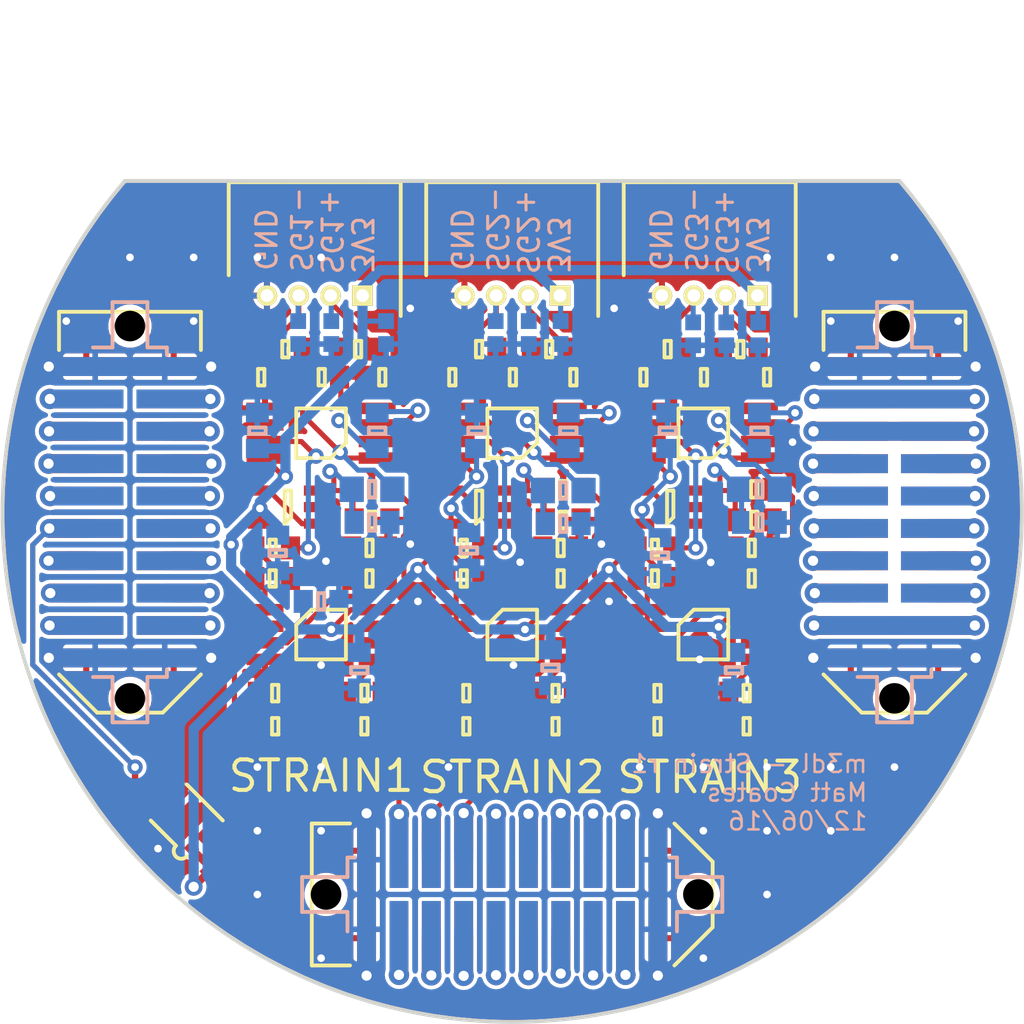
<source format=kicad_pcb>
(kicad_pcb (version 20221018) (generator pcbnew)
  (layers (0 "F.Cu" signal) (31 "B.Cu" signal) (34 "B.Paste" user) (35 "F.Paste" user) (36 "B.SilkS" user "B.Silkscreen") (37 "F.SilkS" user "F.Silkscreen") (38 "B.Mask" user) (39 "F.Mask" user) (44 "Edge.Cuts" user))
  (net 0 "")
  (net 1 "GND")
  (net 2 "Net-(C1-Pad2)")
  (net 3 "Net-(C2-Pad2)")
  (net 4 "Net-(C4-Pad2)")
  (net 5 "Net-(C5-Pad2)")
  (net 6 "Net-(C7-Pad1)")
  (net 7 "Net-(C8-Pad1)")
  (net 8 "Net-(C9-Pad1)")
  (net 9 "Net-(C9-Pad2)")
  (net 10 "Net-(C10-Pad1)")
  (net 11 "Net-(C10-Pad2)")
  (net 12 "Net-(C11-Pad1)")
  (net 13 "Net-(C12-Pad1)")
  (net 14 "Net-(C13-Pad1)")
  (net 15 "/STRAIN3")
  (net 16 "Net-(C14-Pad1)")
  (net 17 "/STRAIN1")
  (net 18 "Net-(C15-Pad2)")
  (net 19 "Net-(C16-Pad2)")
  (net 20 "Net-(C18-Pad1)")
  (net 21 "Net-(C19-Pad1)")
  (net 22 "Net-(C19-Pad2)")
  (net 23 "Net-(C20-Pad1)")
  (net 24 "Net-(C21-Pad1)")
  (net 25 "/STRAIN2")
  (net 26 "Net-(IC1-Pad2)")
  (net 27 "Net-(IC1-Pad3)")
  (net 28 "Net-(IC1-Pad6)")
  (net 29 "Net-(IC1-Pad7)")
  (net 30 "3v3")
  (net 31 "Net-(IC3-Pad2)")
  (net 32 "Net-(IC3-Pad3)")
  (net 33 "Net-(IC3-Pad6)")
  (net 34 "Net-(IC3-Pad7)")
  (net 35 "Net-(IC6-Pad2)")
  (net 36 "Net-(IC6-Pad3)")
  (net 37 "Net-(IC6-Pad6)")
  (net 38 "Net-(IC6-Pad7)")
  (net 39 "/3v3_IMU")
  (net 40 "/JTMS")
  (net 41 "/3v3_RADIO")
  (net 42 "/JTCK")
  (net 43 "/3v3_FC")
  (net 44 "/3v3_PYRO")
  (net 45 "/JTDR")
  (net 46 "/RSVD1")
  (net 47 "/3v3_AUX1")
  (net 48 "/5v_CAN")
  (net 49 "/3v3_AUX2")
  (net 50 "/CAN-")
  (net 51 "/RSVD2")
  (net 52 "/CAN+")
  (net 53 "/PYRO_SO")
  (net 54 "/PYRO_SI")
  (net 55 "/5v_RADIO")
  (net 56 "/PYRO1")
  (net 57 "/5v_IMU")
  (net 58 "/PYRO2")
  (net 59 "/5v_AUX1")
  (net 60 "/PYRO3")
  (net 61 "/5v_AUX2")
  (net 62 "/PYRO4")
  (net 63 "/5v_CAM")
  (net 64 "/PWR")
  (net 65 "/CHARGE")
  (net 66 "/JTDI")
  (net 67 "/PRESSURE3")
  (net 68 "/SPI1_SCK")
  (net 69 "/SPI1_MISO")
  (net 70 "/SPI1_MOSI")
  (net 71 "/STRAIN4")
  (net 72 "/PRESSURE4")
  (net 73 "/STRAIN5")
  (net 74 "/PRESSURE5")
  (net 75 "/STRAIN6")
  (net 76 "/TEMP_INT")
  (net 77 "/PRESSURE1")
  (net 78 "/SPI1_CS")
  (net 79 "/PRESSURE2")
  (net 80 "/STRAIN1-")
  (net 81 "/STRAIN1+")
  (net 82 "/STRAIN3-")
  (net 83 "/STRAIN3+")
  (net 84 "/STRAIN2-")
  (net 85 "/STRAIN2+")
  (net 86 "Net-(C22-Pad1)")
  (net 87 "Net-(C26-Pad1)")
  (net 88 "Net-(C30-Pad1)")
  (net 89 "/3v3_DL")
  (net 90 "Net-(IC10-Pad2)")
  (net 91 "Net-(IC10-Pad3)")
  (footprint "agg:0603-L" (layer "F.Cu") (at 105.15 94.7)
    (fp_text reference "C1")
    (fp_text value "1n")
  )
  (footprint "agg:0603-L" (layer "F.Cu") (at 107.525 94.7)
    (fp_text reference "C2")
    (fp_text value "10n")
  )
  (footprint "agg:0603-L" (layer "F.Cu") (at 110 94.7)
    (fp_text reference "C3")
    (fp_text value "1n")
  )
  (footprint "agg:0603-L" (layer "F.Cu") (at 90.15 94.7)
    (fp_text reference "C4")
    (fp_text value "1n")
  )
  (footprint "agg:0603-L" (layer "F.Cu") (at 92.525 94.7)
    (fp_text reference "C5")
    (fp_text value "10n")
  )
  (footprint "agg:0603-L" (layer "F.Cu") (at 94.9 94.7)
    (fp_text reference "C6")
    (fp_text value "1n")
  )
  (footprint "agg:0603-L" (layer "F.Cu") (at 109.4 101.4)
    (fp_text reference "C7")
    (fp_text value "8.2n")
  )
  (footprint "agg:0603-L" (layer "F.Cu") (at 94.4 101.4)
    (fp_text reference "C8")
    (fp_text value "8.2n")
  )
  (footprint "agg:0603-L" (layer "F.Cu") (at 105.6 102.6 180)
    (fp_text reference "C9")
    (fp_text value "82n")
  )
  (footprint "agg:0603-L" (layer "F.Cu") (at 90.6 102.6 180)
    (fp_text reference "C10")
    (fp_text value "82n")
  )
  (footprint "agg:0603-L" (layer "F.Cu") (at 105.7 107.1 180)
    (fp_text reference "C11")
    (fp_text value "8.2n")
  )
  (footprint "agg:0603-L" (layer "F.Cu") (at 90.7 107.1 180)
    (fp_text reference "C12")
    (fp_text value "8.2n")
  )
  (footprint "agg:0603-L" (layer "F.Cu") (at 109.2 108.4)
    (fp_text reference "C13")
    (fp_text value "82n")
  )
  (footprint "agg:0603-L" (layer "F.Cu") (at 94.2 108.4)
    (fp_text reference "C14")
    (fp_text value "82n")
  )
  (footprint "agg:0603-L" (layer "F.Cu") (at 97.65 94.7)
    (fp_text reference "C15")
    (fp_text value "1n")
  )
  (footprint "agg:0603-L" (layer "F.Cu") (at 100.025 94.7)
    (fp_text reference "C16")
    (fp_text value "10n")
  )
  (footprint "agg:0603-L" (layer "F.Cu") (at 102.4 94.7)
    (fp_text reference "C17")
    (fp_text value "1n")
  )
  (footprint "agg:0603-L" (layer "F.Cu") (at 101.9 101.4)
    (fp_text reference "C18")
    (fp_text value "8.2n")
  )
  (footprint "agg:0603-L" (layer "F.Cu") (at 98.1 102.6 180)
    (fp_text reference "C19")
    (fp_text value "82n")
  )
  (footprint "agg:0603-L" (layer "F.Cu") (at 98.2 107.1 180)
    (fp_text reference "C20")
    (fp_text value "8.2n")
  )
  (footprint "agg:0603-L" (layer "F.Cu") (at 101.7 108.4)
    (fp_text reference "C21")
    (fp_text value "82n")
  )
  (footprint "agg:MSOP-8" (layer "F.Cu") (at 107.5 96.9 180)
    (fp_text reference "IC1")
    (fp_text value "AD8226")
  )
  (footprint "agg:SC-70-5" (layer "F.Cu") (at 106.2 99.8 180)
    (fp_text reference "IC2")
    (fp_text value "AD8541")
  )
  (footprint "agg:MSOP-8" (layer "F.Cu") (at 92.5 96.9 180)
    (fp_text reference "IC3")
    (fp_text value "AD8226")
  )
  (footprint "agg:SC-70-5" (layer "F.Cu") (at 91.2 99.8 180)
    (fp_text reference "IC4")
    (fp_text value "AD8541")
  )
  (footprint "agg:MSOP-8" (layer "F.Cu") (at 92.5 104.8)
    (fp_text reference "IC5")
    (fp_text value "AD8656")
  )
  (footprint "agg:MSOP-8" (layer "F.Cu") (at 100 96.9 180)
    (fp_text reference "IC6")
    (fp_text value "AD8226")
  )
  (footprint "agg:SC-70-5" (layer "F.Cu") (at 98.7 99.8 180)
    (fp_text reference "IC7")
    (fp_text value "AD8541")
  )
  (footprint "agg:MSOP-8" (layer "F.Cu") (at 100 104.8)
    (fp_text reference "IC8")
    (fp_text value "AD8656")
  )
  (footprint "agg:MSOP-8" (layer "F.Cu") (at 107.5 104.8)
    (fp_text reference "IC9")
    (fp_text value "AD8656")
  )
  (footprint "agg:TFML-110-02-L-D" (layer "F.Cu") (at 85 100 -90)
    (fp_text reference "J1")
    (fp_text value "WEST TOP")
  )
  (footprint "agg:TFML-110-02-L-D" (layer "F.Cu") (at 115 100 -90)
    (fp_text reference "J2")
    (fp_text value "EAST TOP")
  )
  (footprint "agg:TFML-110-02-L-D" (layer "F.Cu") (at 100 115)
    (fp_text reference "J5")
    (fp_text value "SOUTH TOP")
  )
  (footprint "agg:0603-L" (layer "F.Cu") (at 106.1 93.6)
    (fp_text reference "R1")
    (fp_text value "3.74K")
  )
  (footprint "agg:0603-L" (layer "F.Cu") (at 108.95 93.6 180)
    (fp_text reference "R2")
    (fp_text value "3.74K")
  )
  (footprint "agg:0603-L" (layer "F.Cu") (at 91.1 93.6)
    (fp_text reference "R3")
    (fp_text value "3.74K")
  )
  (footprint "agg:0603-L" (layer "F.Cu") (at 93.95 93.6 180)
    (fp_text reference "R4")
    (fp_text value "3.74K")
  )
  (footprint "agg:0603-L" (layer "F.Cu") (at 109.5 99.1)
    (fp_text reference "R5")
    (fp_text value "10K")
  )
  (footprint "agg:0603-L" (layer "F.Cu") (at 109.5 100.3 180)
    (fp_text reference "R6")
    (fp_text value "10K")
  )
  (footprint "agg:0603-L" (layer "F.Cu") (at 94.5 99.1)
    (fp_text reference "R7")
    (fp_text value "10K")
  )
  (footprint "agg:0603-L" (layer "F.Cu") (at 94.5 100.3 180)
    (fp_text reference "R8")
    (fp_text value "10K")
  )
  (footprint "agg:0603-L" (layer "F.Cu") (at 105.6 101.4 180)
    (fp_text reference "R11")
    (fp_text value "1.69K")
  )
  (footprint "agg:0603-L" (layer "F.Cu") (at 90.6 101.4 180)
    (fp_text reference "R12")
    (fp_text value "1.69K")
  )
  (footprint "agg:0603-L" (layer "F.Cu") (at 109.4 102.6)
    (fp_text reference "R13")
    (fp_text value "6.04K")
  )
  (footprint "agg:0603-L" (layer "F.Cu") (at 94.4 102.6)
    (fp_text reference "R14")
    (fp_text value "6.04K")
  )
  (footprint "agg:0603-L" (layer "F.Cu") (at 105.7 108.4)
    (fp_text reference "R15")
    (fp_text value "562R")
  )
  (footprint "agg:0603-L" (layer "F.Cu") (at 90.7 108.4)
    (fp_text reference "R16")
    (fp_text value "562R")
  )
  (footprint "agg:0603-L" (layer "F.Cu") (at 109.2 107.1 180)
    (fp_text reference "R17")
    (fp_text value "17.8K")
  )
  (footprint "agg:0603-L" (layer "F.Cu") (at 94.2 107.1 180)
    (fp_text reference "R18")
    (fp_text value "17.8K")
  )
  (footprint "agg:0603-L" (layer "F.Cu") (at 98.7 93.6)
    (fp_text reference "R19")
    (fp_text value "3.74K")
  )
  (footprint "agg:0603-L" (layer "F.Cu") (at 101.45 93.6 180)
    (fp_text reference "R20")
    (fp_text value "3.74K")
  )
  (footprint "agg:0603-L" (layer "F.Cu") (at 102 99.1)
    (fp_text reference "R21")
    (fp_text value "10K")
  )
  (footprint "agg:0603-L" (layer "F.Cu") (at 102 100.3 180)
    (fp_text reference "R22")
    (fp_text value "10K")
  )
  (footprint "agg:0603-L" (layer "F.Cu") (at 98.1 101.4 180)
    (fp_text reference "R24")
    (fp_text value "1.69K")
  )
  (footprint "agg:0603-L" (layer "F.Cu") (at 101.9 102.6)
    (fp_text reference "R25")
    (fp_text value "6.04K")
  )
  (footprint "agg:0603-L" (layer "F.Cu") (at 98.2 108.4)
    (fp_text reference "R26")
    (fp_text value "562R")
  )
  (footprint "agg:0603-L" (layer "F.Cu") (at 101.7 107.1 180)
    (fp_text reference "R27")
    (fp_text value "17.8K")
  )
  (footprint "Connectors_Molex:Connector_Molex_PicoBlade_53048-0410" (layer "F.Cu") (at 94.125 91.5 180)
    (fp_text reference "J7" hide)
    (fp_text value "S1")
  )
  (footprint "Connectors_Molex:Connector_Molex_PicoBlade_53048-0410" (layer "F.Cu") (at 109.625 91.5 180)
    (fp_text reference "J8" hide)
    (fp_text value "S3")
  )
  (footprint "Connectors_Molex:Connector_Molex_PicoBlade_53048-0410" (layer "F.Cu") (at 101.875 91.5 180)
    (fp_text reference "J9" hide)
    (fp_text value "S2")
  )
  (footprint "agg:0402-L" (layer "F.Cu") (at 85.264466 111.264466 -135)
    (fp_text reference "C35")
    (fp_text value "1u")
  )
  (footprint "agg:0402-L" (layer "F.Cu") (at 88.375736 114.375736 -45)
    (fp_text reference "C37")
    (fp_text value "1u")
  )
  (footprint "agg:0402-L" (layer "F.Cu") (at 89 113.7 -45)
    (fp_text reference "R32")
    (fp_text value "110k")
  )
  (footprint "agg:DFN-6-EP-ONSEMI" (layer "F.Cu") (at 87.228371 112.097 135)
    (fp_text reference "IC10")
    (fp_text value "NCP380")
  )
  (footprint "agg:SFML-110-02-L-D-LC" (layer "B.Cu") (at 85 100 -90)
    (fp_text reference "J3")
    (fp_text value "WEST BOT")
  )
  (footprint "agg:SFML-110-02-L-D-LC" (layer "B.Cu") (at 115 100 -90)
    (fp_text reference "J4")
    (fp_text value "EAST BOT")
  )
  (footprint "agg:SFML-110-02-L-D-LC" (layer "B.Cu") (at 100 115)
    (fp_text reference "J6")
    (fp_text value "SOUTH BOT")
  )
  (footprint "agg:0603-L" (layer "B.Cu") (at 109.7 96.8 -90)
    (fp_text reference "R9")
    (fp_text value "330")
  )
  (footprint "agg:0603-L" (layer "B.Cu") (at 94.7 96.8 -90)
    (fp_text reference "R10")
    (fp_text value "330")
  )
  (footprint "agg:0603-L" (layer "B.Cu") (at 102.2 96.8 -90)
    (fp_text reference "R23")
    (fp_text value "330")
  )
  (footprint "agg:0603-L" (layer "B.Cu") (at 94.5 100.4)
    (fp_text reference "C22")
    (fp_text value "100n")
  )
  (footprint "agg:0603-L" (layer "B.Cu") (at 90 96.8 90)
    (fp_text reference "C23")
    (fp_text value "100n")
  )
  (footprint "agg:0603-L" (layer "B.Cu") (at 98.6 96.8 90)
    (fp_text reference "C24")
    (fp_text value "100n")
  )
  (footprint "agg:0603-L" (layer "B.Cu") (at 98.3 101.5 -90)
    (fp_text reference "C25")
    (fp_text value "100n")
  )
  (footprint "agg:0603-L" (layer "B.Cu") (at 109.7 100.4)
    (fp_text reference "C26")
    (fp_text value "100n")
  )
  (footprint "agg:0603-L" (layer "B.Cu") (at 90.8 101.6 -90)
    (fp_text reference "C27")
    (fp_text value "100n")
  )
  (footprint "agg:0603-L" (layer "B.Cu") (at 101.5 106.1 -90)
    (fp_text reference "C28")
    (fp_text value "100n")
  )
  (footprint "agg:0603-L" (layer "B.Cu") (at 105.8 101.7 -90)
    (fp_text reference "C29")
    (fp_text value "100n")
  )
  (footprint "agg:0603-L" (layer "B.Cu") (at 102 100.45)
    (fp_text reference "C30")
    (fp_text value "100n")
  )
  (footprint "agg:0603-L" (layer "B.Cu") (at 92.5 103.5)
    (fp_text reference "C31")
    (fp_text value "100n")
  )
  (footprint "agg:0603-L" (layer "B.Cu") (at 106.1 96.8 90)
    (fp_text reference "C32")
    (fp_text value "100n")
  )
  (footprint "agg:0603-L" (layer "B.Cu") (at 108.7 106.2 -90)
    (fp_text reference "C33")
    (fp_text value "100n")
  )
  (footprint "agg:0603-L" (layer "B.Cu") (at 94 106.2 -90)
    (fp_text reference "C34")
    (fp_text value "10u")
  )
  (footprint "agg:0603" (layer "B.Cu") (at 94.5 99.1 180)
    (fp_text reference "R28")
    (fp_text value "0R")
  )
  (footprint "agg:0603" (layer "B.Cu") (at 109.699999 99.1 180)
    (fp_text reference "R29")
    (fp_text value "0R")
  )
  (footprint "agg:0603" (layer "B.Cu") (at 102 99.15 180)
    (fp_text reference "R30")
    (fp_text value "0R")
  )
  (footprint "agg:0402" (layer "B.Cu") (at 91.6 92.95 90)
    (fp_text reference "D1")
    (fp_text value "ESD_DIODE")
  )
  (footprint "agg:0402" (layer "B.Cu") (at 92.9 92.95 90)
    (fp_text reference "D2")
    (fp_text value "ESD_DIODE")
  )
  (footprint "agg:0402" (layer "B.Cu") (at 101.9 92.95 90)
    (fp_text reference "D3")
    (fp_text value "ESD_DIODE")
  )
  (footprint "agg:0402" (layer "B.Cu") (at 99.35 92.95 90)
    (fp_text reference "D4")
    (fp_text value "ESD_DIODE")
  )
  (footprint "agg:0402" (layer "B.Cu") (at 100.65 92.95 90)
    (fp_text reference "D5")
    (fp_text value "ESD_DIODE")
  )
  (footprint "agg:0402" (layer "B.Cu") (at 95.05 92.95 90)
    (fp_text reference "D6")
    (fp_text value "ESD_DIODE")
  )
  (footprint "agg:0402" (layer "B.Cu") (at 107.1 93 90)
    (fp_text reference "D7")
    (fp_text value "ESD_DIODE")
  )
  (footprint "agg:0402" (layer "B.Cu") (at 108.4 93 90)
    (fp_text reference "D8")
    (fp_text value "ESD_DIODE")
  )
  (footprint "agg:0402" (layer "B.Cu") (at 109.65 93 90)
    (fp_text reference "D9")
    (fp_text value "ESD_DIODE")
  )
  (gr_line (start 86.99 87) (end 85.2 87) (stroke (width 0.15)) (layer "Edge.Cuts"))
  (gr_line (start 100.44 87) (end 96.42 87) (stroke (width 0.15)) (layer "Edge.Cuts"))
  (gr_line (start 103.31 87) (end 100.44 87) (stroke (width 0.15)) (layer "Edge.Cuts"))
  (gr_line (start 89.4 87) (end 88.65 87) (stroke (width 0.15)) (layer "Edge.Cuts"))
  (gr_line (start 96.42 87) (end 94.1 87) (stroke (width 0.15)) (layer "Edge.Cuts"))
  (gr_arc (start 80 100) (mid 81.238539 93.071248) (end 84.80076 87.00065) (stroke (width 0.15)) (layer "Edge.Cuts"))
  (gr_arc (start 115.2 87) (mid 106.929098 118.762399) (end 79.999 100) (stroke (width 0.15)) (layer "Edge.Cuts"))
  (gr_line (start 106.22 87) (end 103.31 87) (stroke (width 0.15)) (layer "Edge.Cuts"))
  (gr_line (start 85.2 87) (end 84.8 87) (stroke (width 0.15)) (layer "Edge.Cuts"))
  (gr_line (start 94.1 87) (end 90.92 87) (stroke (width 0.15)) (layer "Edge.Cuts"))
  (gr_line (start 90.92 87) (end 89.4 87) (stroke (width 0.15)) (layer "Edge.Cuts"))
  (gr_line (start 115.2 87) (end 106.22 87) (stroke (width 0.15)) (layer "Edge.Cuts"))
  (gr_line (start 88.65 87) (end 86.99 87) (stroke (width 0.15)) (layer "Edge.Cuts"))
  (gr_text "3V3" (at 94.1 89.5 270) (layer "B.SilkS") (effects (font (size 0.8 0.8) (thickness 0.12)) (justify mirror)))
  (gr_text "SG1+" (at 92.9 89 270) (layer "B.SilkS") (effects (font (size 0.8 0.8) (thickness 0.12)) (justify mirror)))
  (gr_text "SG1-" (at 91.7 88.9 270) (layer "B.SilkS") (effects (font (size 0.8 0.8) (thickness 0.12)) (justify mirror)))
  (gr_text "GND" (at 90.3 89.3 270) (layer "B.SilkS") (effects (font (size 0.8 0.8) (thickness 0.12)) (justify mirror)))
  (gr_text "SG2+" (at 100.6 89 270) (layer "B.SilkS") (effects (font (size 0.8 0.8) (thickness 0.12)) (justify mirror)))
  (gr_text "SG2-" (at 99.4 88.9 270) (layer "B.SilkS") (effects (font (size 0.8 0.8) (thickness 0.12)) (justify mirror)))
  (gr_text "3V3" (at 101.8 89.5 270) (layer "B.SilkS") (effects (font (size 0.8 0.8) (thickness 0.12)) (justify mirror)))
  (gr_text "GND" (at 98 89.3 270) (layer "B.SilkS") (effects (font (size 0.8 0.8) (thickness 0.12)) (justify mirror)))
  (gr_text "GND" (at 105.8 89.3 270) (layer "B.SilkS") (effects (font (size 0.8 0.8) (thickness 0.12)) (justify mirror)))
  (gr_text "SG3-" (at 107.2 88.9 270) (layer "B.SilkS") (effects (font (size 0.8 0.8) (thickness 0.12)) (justify mirror)))
  (gr_text "SG3+" (at 108.4 89 270) (layer "B.SilkS") (effects (font (size 0.8 0.8) (thickness 0.12)) (justify mirror)))
  (gr_text "3V3" (at 109.6 89.5 270) (layer "B.SilkS") (effects (font (size 0.8 0.8) (thickness 0.12)) (justify mirror)))
  (gr_text "m3dl - Strain r1\nMatt Coates\n12/06/16" (at 114 111) (layer "B.SilkS") (effects (font (size 0.7 0.7) (thickness 0.1)) (justify left mirror)))
  (gr_text "STRAIN2" (at 100 110.4) (layer "F.SilkS") (effects (font (size 1.2 1.2) (thickness 0.16))))
  (gr_text "STRAIN3" (at 107.75 110.4) (layer "F.SilkS") (effects (font (size 1.2 1.2) (thickness 0.16))))
  (gr_text "STRAIN1" (at 92.5 110.35) (layer "F.SilkS") (effects (font (size 1.2 1.2) (thickness 0.16))))
  (segment (start 83.285 105.715) (end 81.815 105.715) (width 0.74) (layer "F.Cu") (net 1))
  (segment (start 92.3 99.8) (end 92.88 99.8) (width 0.2) (layer "F.Cu") (net 1))
  (segment (start 92.88 99.8) (end 93.14 100.06) (width 0.2) (layer "F.Cu") (net 1))
  (segment (start 107.8 101.05) (end 107.8 101.96) (width 0.2) (layer "F.Cu") (net 1))
  (segment (start 96 94.3) (end 95.6 94.7) (width 0.2) (layer "F.Cu") (net 1))
  (segment (start 110 90) (end 112.5 90) (width 0.2) (layer "F.Cu") (net 1))
  (segment (start 95.75 101.4) (end 95.85 101.4) (width 0.2) (layer "F.Cu") (net 1))
  (segment (start 103.1 94.7) (end 103.1 92.9) (width 0.2) (layer "F.Cu") (net 1))
  (segment (start 110.1 101.4) (end 110.1 100.4) (width 0.2) (layer "F.Cu") (net 1))
  (segment (start 108.09 99.87) (end 108.09 100.76) (width 0.2) (layer "F.Cu") (net 1))
  (segment (start 87.040988 110.990378) (end 87.040988 110.959012) (width 0.25) (layer "F.Cu") (net 1))
  (segment (start 92.73 101.13) (end 92.73 101.88) (width 0.2) (layer "F.Cu") (net 1))
  (segment (start 94.285 113.285) (end 94.285 111.815) (width 0.74) (layer "F.Cu") (net 1))
  (segment (start 110 112.5) (end 110 115) (width 0.2) (layer "F.Cu") (net 1))
  (segment (start 87.228371 112.097) (end 87.203 112.097) (width 0.2) (layer "F.Cu") (net 1))
  (segment (start 112.5 90) (end 115 90) (width 0.2) (layer "F.Cu") (net 1))
  (segment (start 105.715 116.715) (end 105.715 113.285) (width 0.74) (layer "F.Cu") (net 1))
  (segment (start 113.285 105.715) (end 111.815 105.715) (width 0.74) (layer "F.Cu") (net 1))
  (segment (start 110.1 100.4) (end 110.2 100.3) (width 0.2) (layer "F.Cu") (net 1))
  (segment (start 86.715 105.715) (end 83.285 105.715) (width 0.74) (layer "F.Cu") (net 1))
  (segment (start 86.715 105.715) (end 88.185 105.715) (width 0.74) (layer "F.Cu") (net 1))
  (segment (start 93.14 100.72) (end 92.73 101.13) (width 0.2) (layer "F.Cu") (net 1))
  (segment (start 96.3 103.5) (end 96.3 103.064002) (width 0.2) (layer "F.Cu") (net 1))
  (segment (start 110.2 100.3) (end 109.625 100.3) (width 0.2) (layer "F.Cu") (net 1))
  (segment (start 116.715 94.285) (end 118.185 94.285) (width 0.74) (layer "F.Cu") (net 1))
  (segment (start 109.625 100.3) (end 109.55 100.225) (width 0.2) (layer "F.Cu") (net 1))
  (segment (start 87.203 112.097) (end 86.1 113.2) (width 0.2) (layer "F.Cu") (net 1))
  (segment (start 103.25 101.4) (end 103.35 101.4) (width 0.2) (layer "F.Cu") (net 1))
  (segment (start 103.225001 102.500737) (end 103.225001 101.424999) (width 0.2) (layer "F.Cu") (net 1))
  (segment (start 112.5 110) (end 115 110) (width 0.2) (layer "F.Cu") (net 1))
  (segment (start 117.5 92.5) (end 115 90) (width 0.2) (layer "F.Cu") (net 1))
  (segment (start 116.715 94.285) (end 113.285 94.285) (width 0.74) (layer "F.Cu") (net 1))
  (segment (start 110 115) (end 107.5 117.5) (width 0.2) (layer "F.Cu") (net 1))
  (segment (start 105.715 113.285) (end 105.715 111.815) (width 0.74) (layer "F.Cu") (net 1))
  (segment (start 108.09 100.76) (end 107.8 101.05) (width 0.2) (layer "F.Cu") (net 1))
  (segment (start 103.8 103.075736) (end 103.225001 102.500737) (width 0.2) (layer "F.Cu") (net 1))
  (segment (start 105.715 116.715) (end 105.715 118.185) (width 0.74) (layer "F.Cu") (net 1))
  (segment (start 105.715 111.815) (end 105.715 110.715) (width 0.2) (layer "F.Cu") (net 1))
  (segment (start 94.285 113.285) (end 94.285 116.715) (width 0.74) (layer "F.Cu") (net 1))
  (segment (start 100.54 99.8) (end 100.59 99.85) (width 0.2) (layer "F.Cu") (net 1))
  (segment (start 112.5 90) (end 112.5 92.5) (width 0.2) (layer "F.Cu") (net 1))
  (segment (start 95.85 101.4) (end 96 101.25) (width 0.2) (layer "F.Cu") (net 1))
  (segment (start 113.285 105.715) (end 116.715 105.715) (width 0.74) (layer "F.Cu") (net 1))
  (segment (start 109.624999 98.399999) (end 110.575003 98.399999) (width 0.2) (layer "F.Cu") (net 1))
  (segment (start 86.715 94.285) (end 88.185 94.285) (width 0.74) (layer "F.Cu") (net 1))
  (segment (start 83.285 94.285) (end 81.815 94.285) (width 0.74) (layer "F.Cu") (net 1))
  (segment (start 116.715 105.715) (end 118.185 105.715) (width 0.74) (layer "F.Cu") (net 1))
  (segment (start 99.8 99.8) (end 100.54 99.8) (width 0.2) (layer "F.Cu") (net 1))
  (segment (start 93.14 100.06) (end 93.14 100.72) (width 0.2) (layer "F.Cu") (net 1))
  (segment (start 109.55 98.474998) (end 109.624999 98.399999) (width 0.2) (layer "F.Cu") (net 1))
  (segment (start 90.3 105.775) (end 92.275 105.775) (width 0.2) (layer "F.Cu") (net 1))
  (segment (start 96.3 103.064002) (end 95.749999 102.514001) (width 0.2) (layer "F.Cu") (net 1))
  (segment (start 86.715 94.285) (end 83.285 94.285) (width 0.74) (layer "F.Cu") (net 1))
  (segment (start 94.285 111.785) (end 92.5 110) (width 0.25) (layer "F.Cu") (net 1))
  (segment (start 100.35 101.92) (end 100.31 101.96) (width 0.2) (layer "F.Cu") (net 1))
  (segment (start 107.5 112.5) (end 110 112.5) (width 0.2) (layer "F.Cu") (net 1))
  (segment (start 107.3 99.8) (end 108.02 99.8) (width 0.2) (layer "F.Cu") (net 1))
  (segment (start 86.581368 111.449997) (end 86.581368 111.431368) (width 0.2) (layer "F.Cu") (net 1))
  (segment (start 86.581368 111.431368) (end 86.25 111.1) (width 0.2) (layer "F.Cu") (net 1))
  (segment (start 96 92) (end 96 94.3) (width 0.2) (layer "F.Cu") (net 1))
  (segment (start 97.8 105.775) (end 99.825 105.775) (width 0.2) (layer "F.Cu") (net 1))
  (segment (start 111 97.975002) (end 111 97.25) (width 0.2) (layer "F.Cu") (net 1))
  (segment (start 113.285 94.285) (end 111.885 94.285) (width 0.74) (layer "F.Cu") (net 1))
  (segment (start 99.825 105.775) (end 100.05 106) (width 0.2) (layer "F.Cu") (net 1))
  (segment (start 95.1 101.4) (end 95.75 101.4) (width 0.2) (layer "F.Cu") (net 1))
  (segment (start 105 110) (end 107.5 110) (width 0.2) (layer "F.Cu") (net 1))
  (segment (start 92.275 105.775) (end 92.5 106) (width 0.2) (layer "F.Cu") (net 1))
  (segment (start 103.35 101.4) (end 103.5 101.25) (width 0.2) (layer "F.Cu") (net 1))
  (segment (start 86.581368 111.449997) (end 87.228371 112.097) (width 0.4) (layer "F.Cu") (net 1))
  (segment (start 108.02 99.8) (end 108.09 99.87) (width 0.2) (layer "F.Cu") (net 1))
  (segment (start 95.749999 101.400001) (end 95.75 101.4) (width 0.2) (layer "F.Cu") (net 1))
  (segment (start 110.575003 98.399999) (end 111 97.975002) (width 0.2) (layer "F.Cu") (net 1))
  (segment (start 94.285 111.815) (end 94.285 111.785) (width 0.25) (layer "F.Cu") (net 1))
  (segment (start 100.35 101.01) (end 100.35 101.92) (width 0.2) (layer "F.Cu") (net 1))
  (segment (start 92.73 101.88) (end 92.69 101.92) (width 0.2) (layer "F.Cu") (net 1))
  (segment (start 105.3 105.775) (end 107.355 105.775) (width 0.2) (layer "F.Cu") (net 1))
  (segment (start 107.8 101.96) (end 107.79 101.97) (width 0.2) (layer "F.Cu") (net 1))
  (segment (start 100.59 100.77) (end 100.35 101.01) (width 0.2) (layer "F.Cu") (net 1))
  (segment (start 95.749999 102.514001) (end 95.749999 101.400001) (width 0.2) (layer "F.Cu") (net 1))
  (segment (start 100.59 99.85) (end 100.59 100.77) (width 0.2) (layer "F.Cu") (net 1))
  (segment (start 103.1 92.9) (end 104 92) (width 0.2) (layer "F.Cu") (net 1))
  (segment (start 110 110) (end 112.5 110) (width 0.2) (layer "F.Cu") (net 1))
  (segment (start 94.285 116.715) (end 94.285 118.185) (width 0.74) (layer "F.Cu") (net 1))
  (segment (start 102.6 101.4) (end 103.25 101.4) (width 0.2) (layer "F.Cu") (net 1))
  (segment (start 111.885 93.115) (end 111.885 94.285) (width 0.2) (layer "F.Cu") (net 1))
  (segment (start 103.8 103.5) (end 103.8 103.075736) (width 0.2) (layer "F.Cu") (net 1))
  (segment (start 110 112.5) (end 112.5 112.5) (width 0.2) (layer "F.Cu") (net 1))
  (segment (start 105.715 110.715) (end 105 110) (width 0.2) (layer "F.Cu") (net 1))
  (segment (start 107.5 112.5) (end 107.5 110) (width 0.2) (layer "F.Cu") (net 1))
  (segment (start 107.5 110) (end 110 110) (width 0.2) (layer "F.Cu") (net 1))
  (segment (start 112.5 92.5) (end 111.885 93.115) (width 0.2) (layer "F.Cu") (net 1))
  (segment (start 109.55 100.225) (end 109.55 98.474998) (width 0.2) (layer "F.Cu") (net 1))
  (segment (start 103.225001 101.424999) (end 103.25 101.4) (width 0.2) (layer "F.Cu") (net 1))
  (via (at 82.5 92.5) (size 0.6) (drill 0.3) (layers "F.Cu" "B.Cu") (net 1))
  (via (at 87.5 92.5) (size 0.6) (drill 0.3) (layers "F.Cu" "B.Cu") (net 1))
  (via (at 87.5 90) (size 0.6) (drill 0.3) (layers "F.Cu" "B.Cu") (net 1))
  (via (at 85 90) (size 0.6) (drill 0.3) (layers "F.Cu" "B.Cu") (net 1))
  (via (at 90 90) (size 0.6) (drill 0.3) (layers "F.Cu" "B.Cu") (net 1))
  (via (at 92.5 90) (size 0.6) (drill 0.3) (layers "F.Cu" "B.Cu") (net 1))
  (via (at 110 90) (size 0.6) (drill 0.3) (layers "F.Cu" "B.Cu") (net 1))
  (via (at 112.5 90) (size 0.6) (drill 0.3) (layers "F.Cu" "B.Cu") (net 1))
  (via (at 112.5 92.5) (size 0.6) (drill 0.3) (layers "F.Cu" "B.Cu") (net 1))
  (via (at 115 90) (size 0.6) (drill 0.3) (layers "F.Cu" "B.Cu") (net 1))
  (via (at 117.5 92.5) (size 0.6) (drill 0.3) (layers "F.Cu" "B.Cu") (net 1))
  (via (at 96 92) (size 0.6) (drill 0.3) (layers "F.Cu" "B.Cu") (net 1))
  (via (at 104 92) (size 0.6) (drill 0.3) (layers "F.Cu" "B.Cu") (net 1))
  (via (at 105 110) (size 0.6) (drill 0.3) (layers "F.Cu" "B.Cu") (net 1))
  (via (at 107.5 110) (size 0.6) (drill 0.3) (layers "F.Cu" "B.Cu") (net 1))
  (via (at 107.5 112.5) (size 0.6) (drill 0.3) (layers "F.Cu" "B.Cu") (net 1))
  (via (at 110 112.5) (size 0.6) (drill 0.3) (layers "F.Cu" "B.Cu") (net 1))
  (via (at 110 110) (size 0.6) (drill 0.3) (layers "F.Cu" "B.Cu") (net 1))
  (via (at 112.5 110) (size 0.6) (drill 0.3) (layers "F.Cu" "B.Cu") (net 1))
  (via (at 115 110) (size 0.6) (drill 0.3) (layers "F.Cu" "B.Cu") (net 1))
  (via (at 112.5 112.5) (size 0.6) (drill 0.3) (layers "F.Cu" "B.Cu") (net 1))
  (via (at 110 115) (size 0.6) (drill 0.3) (layers "F.Cu" "B.Cu") (net 1))
  (via (at 107.5 117.5) (size 0.6) (drill 0.3) (layers "F.Cu" "B.Cu") (net 1))
  (via (at 96 101.25) (size 0.6) (drill 0.3) (layers "F.Cu" "B.Cu") (net 1))
  (via (at 103.8 103.5) (size 0.6) (drill 0.3) (layers "F.Cu" "B.Cu") (net 1))
  (via (at 103.5 101.25) (size 0.6) (drill 0.3) (layers "F.Cu" "B.Cu") (net 1))
  (via (at 92.5 106) (size 0.6) (drill 0.3) (layers "F.Cu" "B.Cu") (net 1))
  (via (at 107.355 105.775) (size 0.6) (drill 0.3) (layers "F.Cu" "B.Cu") (net 1))
  (via (at 90 115) (size 0.6) (drill 0.3) (layers "F.Cu" "B.Cu") (net 1))
  (via (at 92.5 110) (size 0.6) (drill 0.3) (layers "F.Cu" "B.Cu") (net 1))
  (via (at 92.5 112.5) (size 0.6) (drill 0.3) (layers "F.Cu" "B.Cu") (net 1))
  (via (at 100.31 101.96) (size 0.6) (drill 0.3) (layers "F.Cu" "B.Cu") (net 1))
  (via (at 118.185 105.715) (size 0.8) (drill 0.4) (layers "F.Cu" "B.Cu") (net 1))
  (via (at 118.185 94.285) (size 0.8) (drill 0.4) (layers "F.Cu" "B.Cu") (net 1))
  (via (at 81.815 94.285) (size 0.8) (drill 0.4) (layers "F.Cu" "B.Cu") (net 1))
  (via (at 90 112.5) (size 0.6) (drill 0.3) (layers "F.Cu" "B.Cu") (net 1))
  (via (at 88.185 105.715) (size 0.8) (drill 0.4) (layers "F.Cu" "B.Cu") (net 1))
  (via (at 88.185 94.285) (size 0.8) (drill 0.4) (layers "F.Cu" "B.Cu") (net 1))
  (via (at 90 110) (size 0.6) (drill 0.3) (layers "F.Cu" "B.Cu") (net 1))
  (via (at 105.715 111.815) (size 0.8) (drill 0.4) (layers "F.Cu" "B.Cu") (net 1))
  (via (at 105.715 118.185) (size 0.8) (drill 0.4) (layers "F.Cu" "B.Cu") (net 1))
  (via (at 111.885 94.285) (size 0.8) (drill 0.4) (layers "F.Cu" "B.Cu") (net 1))
  (via (at 100.05 106) (size 0.6) (drill 0.3) (layers "F.Cu" "B.Cu") (net 1))
  (via (at 94.285 118.185) (size 0.8) (drill 0.4) (layers "F.Cu" "B.Cu") (net 1))
  (via (at 107.79 101.97) (size 0.6) (drill 0.3) (layers "F.Cu" "B.Cu") (net 1))
  (via (at 111.815 105.715) (size 0.8) (drill 0.4) (layers "F.Cu" "B.Cu") (net 1))
  (via (at 94.285 111.815) (size 0.8) (drill 0.4) (layers "F.Cu" "B.Cu") (net 1))
  (via (at 96.3 103.5) (size 0.6) (drill 0.3) (layers "F.Cu" "B.Cu") (net 1))
  (via (at 81.815 105.715) (size 0.7) (drill 0.4) (layers "F.Cu" "B.Cu") (net 1))
  (via (at 86.1 113.2) (size 0.6) (drill 0.3) (layers "F.Cu" "B.Cu") (net 1))
  (via (at 97.5 110) (size 0.6) (drill 0.3) (layers "F.Cu" "B.Cu") (net 1))
  (via (at 111 97.25) (size 0.6) (drill 0.3) (layers "F.Cu" "B.Cu") (net 1))
  (via (at 92.69 101.92) (size 0.6) (drill 0.3) (layers "F.Cu" "B.Cu") (net 1))
  (via (at 92.5 117.5) (size 0.6) (drill 0.3) (layers "F.Cu" "B.Cu") (net 1))
  (segment (start 86.365 94.285) (end 83.635 94.285) (width 0.74) (layer "B.Cu") (net 1))
  (segment (start 87.5 90) (end 87.5 92.5) (width 0.2) (layer "B.Cu") (net 1))
  (segment (start 116.365 105.715) (end 113.635 105.715) (width 0.74) (layer "B.Cu") (net 1))
  (segment (start 87.5 90) (end 90 90) (width 0.2) (layer "B.Cu") (net 1))
  (segment (start 86.365 105.715) (end 83.635 105.715) (width 0.74) (layer "B.Cu") (net 1))
  (segment (start 92.5 110) (end 92.5 112.5) (width 0.25) (layer "B.Cu") (net 1))
  (segment (start 83.635 94.285) (end 81.815 94.285) (width 0.74) (layer "B.Cu") (net 1))
  (segment (start 85 90) (end 87.5 90) (width 0.2) (layer "B.Cu") (net 1))
  (segment (start 116.365 94.285) (end 113.635 94.285) (width 0.74) (layer "B.Cu") (net 1))
  (segment (start 113.635 94.285) (end 111.885 94.285) (width 0.74) (layer "B.Cu") (net 1))
  (segment (start 94.285 113.635) (end 94.285 116.365) (width 0.74) (layer "B.Cu") (net 1))
  (segment (start 86.365 94.285) (end 88.185 94.285) (width 0.74) (layer "B.Cu") (net 1))
  (segment (start 83.635 105.715) (end 81.815 105.715) (width 0.74) (layer "B.Cu") (net 1))
  (segment (start 105.715 113.635) (end 105.715 111.815) (width 0.74) (layer "B.Cu") (net 1))
  (segment (start 111.815 105.715) (end 113.635 105.715) (width 0.74) (layer "B.Cu") (net 1))
  (segment (start 116.365 94.285) (end 118.185 94.285) (width 0.74) (layer "B.Cu") (net 1))
  (segment (start 81.815 93.185) (end 82.5 92.5) (width 0.2) (layer "B.Cu") (net 1))
  (segment (start 105.715 113.635) (end 105.715 116.365) (width 0.74) (layer "B.Cu") (net 1))
  (segment (start 90 90) (end 92.5 90) (width 0.2) (layer "B.Cu") (net 1))
  (segment (start 94.285 111.815) (end 94.285 113.635) (width 0.74) (layer "B.Cu") (net 1))
  (segment (start 90 115) (end 92.5 117.5) (width 0.25) (layer "B.Cu") (net 1))
  (segment (start 92.5 110) (end 90 110) (width 0.25) (layer "B.Cu") (net 1))
  (segment (start 86.365 105.715) (end 88.185 105.715) (width 0.74) (layer "B.Cu") (net 1))
  (segment (start 90 110) (end 90 112.5) (width 0.25) (layer "B.Cu") (net 1))
  (segment (start 105.715 116.365) (end 105.715 118.185) (width 0.74) (layer "B.Cu") (net 1))
  (segment (start 94.285 116.365) (end 94.285 118.185) (width 0.74) (layer "B.Cu") (net 1))
  (segment (start 81.815 94.285) (end 81.815 93.185) (width 0.2) (layer "B.Cu") (net 1))
  (segment (start 90 112.5) (end 90 115) (width 0.25) (layer "B.Cu") (net 1))
  (segment (start 82.5 92.5) (end 85 90) (width 0.2) (layer "B.Cu") (net 1))
  (segment (start 92.5 110) (end 97.5 110) (width 0.25) (layer "B.Cu") (net 1))
  (segment (start 116.365 105.715) (end 118.185 105.715) (width 0.74) (layer "B.Cu") (net 1))
  (segment (start 108.3 97.6) (end 106.775 96.075) (width 0.2) (layer "F.Cu") (net 2))
  (segment (start 106.775 96.075) (end 106.775 94.7) (width 0.2) (layer "F.Cu") (net 2))
  (segment (start 109.7 97.875) (end 108.575 97.875) (width 0.2) (layer "F.Cu") (net 2))
  (segment (start 106.775 94.7) (end 105.9 94.7) (width 0.2) (layer "F.Cu") (net 2))
  (segment (start 106.775 94.7) (end 106.85 94.625) (width 0.2) (layer "F.Cu") (net 2))
  (segment (start 108.575 97.875) (end 108.3 97.6) (width 0.2) (layer "F.Cu") (net 2))
  (segment (start 106.85 94.625) (end 106.85 93.6) (width 0.2) (layer "F.Cu") (net 2))
  (via (at 108.3 97.6) (size 0.6) (drill 0.3) (layers "F.Cu" "B.Cu") (net 2))
  (segment (start 110.499999 99.075) (end 110.499999 99.1) (width 0.2) (layer "B.Cu") (net 2))
  (segment (start 108.825001 98.125001) (end 109.55 98.125001) (width 0.2) (layer "B.Cu") (net 2))
  (segment (start 108.3 97.6) (end 108.825001 98.125001) (width 0.2) (layer "B.Cu") (net 2))
  (segment (start 109.55 98.125001) (end 110.499999 99.075) (width 0.2) (layer "B.Cu") (net 2))
  (segment (start 109.7 95.925) (end 108.625 95.925) (width 0.2) (layer "F.Cu") (net 3))
  (segment (start 108.2 94.625) (end 108.275 94.7) (width 0.2) (layer "F.Cu") (net 3))
  (segment (start 109.25 94.7) (end 108.275 94.7) (width 0.2) (layer "F.Cu") (net 3))
  (segment (start 108.2 93.6) (end 108.2 94.625) (width 0.2) (layer "F.Cu") (net 3))
  (segment (start 108.275 95.575) (end 108.275 94.7) (width 0.2) (layer "F.Cu") (net 3))
  (segment (start 108.625 95.925) (end 108.275 95.575) (width 0.2) (layer "F.Cu") (net 3))
  (segment (start 93.475 97.875) (end 93.25 97.65) (width 0.2) (layer "F.Cu") (net 4))
  (segment (start 91.775 94.7) (end 90.9 94.7) (width 0.2) (layer "F.Cu") (net 4))
  (segment (start 91.85 94.625) (end 91.775 94.7) (width 0.2) (layer "F.Cu") (net 4))
  (segment (start 91.775 96.175) (end 91.775 94.7) (width 0.2) (layer "F.Cu") (net 4))
  (segment (start 91.85 93.6) (end 91.85 94.625) (width 0.2) (layer "F.Cu") (net 4))
  (segment (start 93.25 97.65) (end 91.775 96.175) (width 0.2) (layer "F.Cu") (net 4))
  (segment (start 94.7 97.875) (end 93.475 97.875) (width 0.2) (layer "F.Cu") (net 4))
  (via (at 93.25 97.65) (size 0.6) (drill 0.3) (layers "F.Cu" "B.Cu") (net 4))
  (segment (start 94.574999 98.349999) (end 95.3 99.075) (width 0.2) (layer "B.Cu") (net 4))
  (segment (start 93.949999 98.349999) (end 94.574999 98.349999) (width 0.2) (layer "B.Cu") (net 4))
  (segment (start 95.3 99.075) (end 95.3 99.1) (width 0.2) (layer "B.Cu") (net 4))
  (segment (start 93.25 97.65) (end 93.949999 98.349999) (width 0.2) (layer "B.Cu") (net 4))
  (segment (start 93.275 95.475) (end 93.275 94.7) (width 0.2) (layer "F.Cu") (net 5))
  (segment (start 93.725 95.925) (end 93.275 95.475) (width 0.2) (layer "F.Cu") (net 5))
  (segment (start 93.2 93.6) (end 93.2 94.625) (width 0.2) (layer "F.Cu") (net 5))
  (segment (start 93.2 94.625) (end 93.275 94.7) (width 0.2) (layer "F.Cu") (net 5))
  (segment (start 94.7 95.925) (end 93.725 95.925) (width 0.2) (layer "F.Cu") (net 5))
  (segment (start 93.275 94.7) (end 94.15 94.7) (width 0.2) (layer "F.Cu") (net 5))
  (segment (start 105.3 105.125) (end 106.275 105.125) (width 0.2) (layer "F.Cu") (net 6))
  (segment (start 106.275 105.125) (end 108.099999 103.300001) (width 0.2) (layer "F.Cu") (net 6))
  (segment (start 110.1 102.6) (end 109.9 102.6) (width 0.2) (layer "F.Cu") (net 6))
  (segment (start 108.099999 103.300001) (end 109.474999 103.300001) (width 0.2) (layer "F.Cu") (net 6))
  (segment (start 109.9 102.6) (end 108.7 101.4) (width 0.2) (layer "F.Cu") (net 6))
  (segment (start 109.474999 103.300001) (end 110.1 102.675) (width 0.2) (layer "F.Cu") (net 6))
  (segment (start 110.1 102.675) (end 110.1 102.6) (width 0.2) (layer "F.Cu") (net 6))
  (segment (start 94.474999 103.300001) (end 95.1 102.675) (width 0.2) (layer "F.Cu") (net 7))
  (segment (start 91.175 105.125) (end 90.3 105.125) (width 0.2) (layer "F.Cu") (net 7))
  (segment (start 95.1 102.675) (end 95.1 102.6) (width 0.2) (layer "F.Cu") (net 7))
  (segment (start 92.999999 103.300001) (end 94.474999 103.300001) (width 0.2) (layer "F.Cu") (net 7))
  (segment (start 93.9 101.4) (end 95.1 102.6) (width 0.2) (layer "F.Cu") (net 7))
  (segment (start 91.175 105.125) (end 92.999999 103.300001) (width 0.2) (layer "F.Cu") (net 7))
  (segment (start 93.7 101.4) (end 93.9 101.4) (width 0.2) (layer "F.Cu") (net 7))
  (segment (start 106.35 102.6) (end 108.65 102.6) (width 0.2) (layer "F.Cu") (net 8))
  (segment (start 106.35 102.55) (end 106.35 102.6) (width 0.2) (layer "F.Cu") (net 8))
  (segment (start 106.1 102.6) (end 104.9 101.4) (width 0.2) (layer "F.Cu") (net 8))
  (segment (start 106.3 102.6) (end 106.1 102.6) (width 0.2) (layer "F.Cu") (net 8))
  (segment (start 105.3 104.475) (end 105.3 103.825) (width 0.2) (layer "F.Cu") (net 9))
  (segment (start 104.4 108.4) (end 104 108) (width 0.2) (layer "F.Cu") (net 9))
  (segment (start 105.3 103.05) (end 104.85 102.6) (width 0.2) (layer "F.Cu") (net 9))
  (segment (start 104 104.8) (end 104.325 104.475) (width 0.2) (layer "F.Cu") (net 9))
  (segment (start 105.3 103.825) (end 105.3 103.05) (width 0.2) (layer "F.Cu") (net 9))
  (segment (start 104 108) (end 104 104.8) (width 0.2) (layer "F.Cu") (net 9))
  (segment (start 104.325 104.475) (end 105.3 104.475) (width 0.2) (layer "F.Cu") (net 9))
  (segment (start 104.95 108.4) (end 104.4 108.4) (width 0.2) (layer "F.Cu") (net 9))
  (segment (start 91.3 102.6) (end 91.1 102.6) (width 0.2) (layer "F.Cu") (net 10))
  (segment (start 93.65 102.6) (end 91.35 102.6) (width 0.2) (layer "F.Cu") (net 10))
  (segment (start 91.1 102.6) (end 89.9 101.4) (width 0.2) (layer "F.Cu") (net 10))
  (segment (start 90.3 103.825) (end 90.3 103.65) (width 0.2) (layer "F.Cu") (net 11))
  (segment (start 89.525 104.475) (end 90.3 104.475) (width 0.2) (layer "F.Cu") (net 11))
  (segment (start 90.3 103.05) (end 89.85 102.6) (width 0.2) (layer "F.Cu") (net 11))
  (segment (start 90.3 103.825) (end 90.3 103.05) (width 0.2) (layer "F.Cu") (net 11))
  (segment (start 89.95 108.4) (end 89.4 108.4) (width 0.2) (layer "F.Cu") (net 11))
  (segment (start 89.1 104.9) (end 89.525 104.475) (width 0.2) (layer "F.Cu") (net 11))
  (segment (start 89.1 108.1) (end 89.1 104.9) (width 0.2) (layer "F.Cu") (net 11))
  (segment (start 89.4 108.4) (end 89.1 108.1) (width 0.2) (layer "F.Cu") (net 11))
  (segment (start 90.3 104.475) (end 90.3 103.825) (width 0.2) (layer "F.Cu") (net 11))
  (segment (start 108.45 107.025) (end 109.7 105.775) (width 0.2) (layer "F.Cu") (net 12))
  (segment (start 108.45 107.1) (end 108.45 107.025) (width 0.2) (layer "F.Cu") (net 12))
  (segment (start 106.45 107.1) (end 108.45 107.1) (width 0.2) (layer "F.Cu") (net 12))
  (segment (start 91.45 107.1) (end 93.45 107.1) (width 0.2) (layer "F.Cu") (net 13))
  (segment (start 94.7 105.85) (end 94.7 105.775) (width 0.2) (layer "F.Cu") (net 13))
  (segment (start 93.45 107.1) (end 94.7 105.85) (width 0.2) (layer "F.Cu") (net 13))
  (segment (start 106.45 108.4) (end 108.45 108.4) (width 0.2) (layer "F.Cu") (net 14))
  (segment (start 108.65 108.4) (end 109.95 107.1) (width 0.2) (layer "F.Cu") (net 14))
  (segment (start 108.45 108.4) (end 108.65 108.4) (width 0.2) (layer "F.Cu") (net 14))
  (segment (start 99.3 110.4) (end 102.3 110.4) (width 0.2) (layer "F.Cu") (net 15))
  (segment (start 109.7 104.475) (end 109.7 105.125) (width 0.2) (layer "F.Cu") (net 15))
  (segment (start 110.525 105.125) (end 110.9 105.5) (width 0.2) (layer "F.Cu") (net 15))
  (segment (start 102.3 110.4) (end 103.3 109.4) (width 0.2) (layer "F.Cu") (net 15))
  (segment (start 98.095 111.605) (end 99.3 110.4) (width 0.2) (layer "F.Cu") (net 15))
  (segment (start 110.9 107.45) (end 109.95 108.4) (width 0.2) (layer "F.Cu") (net 15))
  (segment (start 98.095 111.805) (end 98.095 111.605) (width 0.2) (layer "F.Cu") (net 15))
  (segment (start 103.3 109.4) (end 108.95 109.4) (width 0.2) (layer "F.Cu") (net 15))
  (segment (start 110.9 105.5) (end 110.9 107.45) (width 0.2) (layer "F.Cu") (net 15))
  (segment (start 108.95 109.4) (end 109.95 108.4) (width 0.2) (layer "F.Cu") (net 15))
  (segment (start 109.7 105.125) (end 110.525 105.125) (width 0.2) (layer "F.Cu") (net 15))
  (segment (start 98.095 113.285) (end 98.095 111.805) (width 0.74) (layer "F.Cu") (net 15))
  (via (at 98.095 111.805) (size 0.8) (drill 0.4) (layers "F.Cu" "B.Cu") (net 15))
  (segment (start 98.095 111.805) (end 98.095 113.635) (width 0.74) (layer "B.Cu") (net 15))
  (segment (start 93.45 108.4) (end 93.65 108.4) (width 0.2) (layer "F.Cu") (net 16))
  (segment (start 93.65 108.4) (end 94.95 107.1) (width 0.2) (layer "F.Cu") (net 16))
  (segment (start 91.45 108.4) (end 93.45 108.4) (width 0.2) (layer "F.Cu") (net 16))
  (segment (start 95.9 105.4) (end 95.9 107.5) (width 0.2) (layer "F.Cu") (net 17))
  (segment (start 95.625 105.125) (end 95.9 105.4) (width 0.2) (layer "F.Cu") (net 17))
  (segment (start 95.9 107.5) (end 95 108.4) (width 0.2) (layer "F.Cu") (net 17))
  (segment (start 95.555 111.845) (end 95.555 109.005) (width 0.2) (layer "F.Cu") (net 17))
  (segment (start 95 108.4) (end 94.95 108.4) (width 0.2) (layer "F.Cu") (net 17))
  (segment (start 95.555 113.285) (end 95.555 111.845) (width 0.74) (layer "F.Cu") (net 17))
  (segment (start 94.7 104.475) (end 94.7 105.125) (width 0.2) (layer "F.Cu") (net 17))
  (segment (start 94.7 105.125) (end 95.625 105.125) (width 0.2) (layer "F.Cu") (net 17))
  (segment (start 95.555 109.005) (end 94.95 108.4) (width 0.2) (layer "F.Cu") (net 17))
  (via (at 95.555 111.845) (size 0.8) (drill 0.4) (layers "F.Cu" "B.Cu") (net 17))
  (segment (start 95.555 111.845) (end 95.555 113.635) (width 0.74) (layer "B.Cu") (net 17))
  (segment (start 99.45 93.6) (end 99.45 94.525) (width 0.2) (layer "F.Cu") (net 18))
  (segment (start 99.45 94.525) (end 99.275 94.7) (width 0.2) (layer "F.Cu") (net 18))
  (segment (start 99.275 94.7) (end 98.4 94.7) (width 0.2) (layer "F.Cu") (net 18))
  (segment (start 102.2 97.875) (end 101.075 97.875) (width 0.2) (layer "F.Cu") (net 18))
  (segment (start 100.85 97.65) (end 99.275 96.075) (width 0.2) (layer "F.Cu") (net 18))
  (segment (start 99.275 96.075) (end 99.275 94.7) (width 0.2) (layer "F.Cu") (net 18))
  (segment (start 101.075 97.875) (end 100.85 97.65) (width 0.2) (layer "F.Cu") (net 18))
  (via (at 100.85 97.65) (size 0.6) (drill 0.3) (layers "F.Cu" "B.Cu") (net 18))
  (segment (start 101.325001 98.125001) (end 101.800001 98.125001) (width 0.2) (layer "B.Cu") (net 18))
  (segment (start 101.800001 98.125001) (end 102.8 99.125) (width 0.2) (layer "B.Cu") (net 18))
  (segment (start 100.85 97.65) (end 101.325001 98.125001) (width 0.2) (layer "B.Cu") (net 18))
  (segment (start 102.8 99.125) (end 102.8 99.15) (width 0.2) (layer "B.Cu") (net 18))
  (segment (start 102.2 95.925) (end 101.225 95.925) (width 0.2) (layer "F.Cu") (net 19))
  (segment (start 100.775 95.475) (end 100.775 94.7) (width 0.2) (layer "F.Cu") (net 19))
  (segment (start 100.7 93.6) (end 100.7 94.625) (width 0.2) (layer "F.Cu") (net 19))
  (segment (start 101.225 95.925) (end 100.775 95.475) (width 0.2) (layer "F.Cu") (net 19))
  (segment (start 100.7 94.625) (end 100.775 94.7) (width 0.2) (layer "F.Cu") (net 19))
  (segment (start 101.65 94.7) (end 100.775 94.7) (width 0.2) (layer "F.Cu") (net 19))
  (segment (start 97.8 105.125) (end 98.775 105.125) (width 0.2) (layer "F.Cu") (net 20))
  (segment (start 101.925001 103.349999) (end 102.6 102.675) (width 0.2) (layer "F.Cu") (net 20))
  (segment (start 100.550001 103.349999) (end 101.925001 103.349999) (width 0.2) (layer "F.Cu") (net 20))
  (segment (start 102.4 102.6) (end 101.2 101.4) (width 0.2) (layer "F.Cu") (net 20))
  (segment (start 102.6 102.675) (end 102.6 102.6) (width 0.2) (layer "F.Cu") (net 20))
  (segment (start 98.775 105.125) (end 100.550001 103.349999) (width 0.2) (layer "F.Cu") (net 20))
  (segment (start 102.6 102.6) (end 102.4 102.6) (width 0.2) (layer "F.Cu") (net 20))
  (segment (start 98.85 102.55) (end 98.85 102.6) (width 0.2) (layer "F.Cu") (net 21))
  (segment (start 98.6 102.6) (end 97.4 101.4) (width 0.2) (layer "F.Cu") (net 21))
  (segment (start 98.85 102.6) (end 101.15 102.6) (width 0.2) (layer "F.Cu") (net 21))
  (segment (start 98.8 102.6) (end 98.6 102.6) (width 0.2) (layer "F.Cu") (net 21))
  (segment (start 97.8 104.475) (end 97.8 103.825) (width 0.2) (layer "F.Cu") (net 22))
  (segment (start 97.8 103.05) (end 97.35 102.6) (width 0.2) (layer "F.Cu") (net 22))
  (segment (start 96.925 104.475) (end 97.8 104.475) (width 0.2) (layer "F.Cu") (net 22))
  (segment (start 96.5 104.9) (end 96.925 104.475) (width 0.2) (layer "F.Cu") (net 22))
  (segment (start 97.45 108.4) (end 96.9 108.4) (width 0.2) (layer "F.Cu") (net 22))
  (segment (start 96.9 108.4) (end 96.5 108) (width 0.2) (layer "F.Cu") (net 22))
  (segment (start 96.5 108) (end 96.5 104.9) (width 0.2) (layer "F.Cu") (net 22))
  (segment (start 97.8 103.825) (end 97.8 103.05) (width 0.2) (layer "F.Cu") (net 22))
  (segment (start 98.95 107.1) (end 100.95 107.1) (width 0.2) (layer "F.Cu") (net 23))
  (segment (start 100.95 107.025) (end 102.2 105.775) (width 0.2) (layer "F.Cu") (net 23))
  (segment (start 100.95 107.1) (end 100.95 107.025) (width 0.2) (layer "F.Cu") (net 23))
  (segment (start 101.15 108.4) (end 102.45 107.1) (width 0.2) (layer "F.Cu") (net 24))
  (segment (start 100.95 108.4) (end 98.95 108.4) (width 0.2) (layer "F.Cu") (net 24))
  (segment (start 100.95 108.4) (end 101.15 108.4) (width 0.2) (layer "F.Cu") (net 24))
  (segment (start 101.9 109.8) (end 98.85 109.8) (width 0.2) (layer "F.Cu") (net 25))
  (segment (start 102.45 109.25) (end 101.9 109.8) (width 0.2) (layer "F.Cu") (net 25))
  (segment (start 102.2 105.125) (end 103.125 105.125) (width 0.2) (layer "F.Cu") (net 25))
  (segment (start 102.45 108.4) (end 102.45 109.25) (width 0.2) (layer "F.Cu") (net 25))
  (segment (start 103.4 107.45) (end 102.45 108.4) (width 0.2) (layer "F.Cu") (net 25))
  (segment (start 103.125 105.125) (end 103.4 105.4) (width 0.2) (layer "F.Cu") (net 25))
  (segment (start 103.4 105.4) (end 103.4 107.45) (width 0.2) (layer "F.Cu") (net 25))
  (segment (start 96.825 113.285) (end 96.825 111.825) (width 0.74) (layer "F.Cu") (net 25))
  (segment (start 102.2 104.475) (end 102.2 105.125) (width 0.2) (layer "F.Cu") (net 25))
  (segment (start 98.85 109.8) (end 96.825 111.825) (width 0.2) (layer "F.Cu") (net 25))
  (via (at 96.825 111.825) (size 0.8) (drill 0.4) (layers "F.Cu" "B.Cu") (net 25))
  (segment (start 96.825 111.825) (end 96.825 113.635) (width 0.74) (layer "B.Cu") (net 25))
  (segment (start 108.925 97.225) (end 109.7 97.225) (width 0.2) (layer "F.Cu") (net 26))
  (segment (start 108.1 96.4) (end 108.925 97.225) (width 0.2) (layer "F.Cu") (net 26))
  (via (at 108.1 96.4) (size 0.6) (drill 0.3) (layers "F.Cu" "B.Cu") (net 26))
  (segment (start 109.7 97.55) (end 109.25 97.55) (width 0.2) (layer "B.Cu") (net 26))
  (segment (start 109.25 97.55) (end 108.1 96.4) (width 0.2) (layer "B.Cu") (net 26))
  (segment (start 109.7 96.575) (end 110.725 96.575) (width 0.2) (layer "F.Cu") (net 27))
  (segment (start 111.1 96.2) (end 111.1 96.1) (width 0.2) (layer "F.Cu") (net 27))
  (segment (start 110.725 96.575) (end 111.1 96.2) (width 0.2) (layer "F.Cu") (net 27))
  (via (at 111.1 96.1) (size 0.6) (drill 0.3) (layers "F.Cu" "B.Cu") (net 27))
  (segment (start 109.75 96.1) (end 109.7 96.05) (width 0.2) (layer "B.Cu") (net 27))
  (segment (start 111.1 96.1) (end 109.75 96.1) (width 0.2) (layer "B.Cu") (net 27))
  (segment (start 104.425 96.575) (end 105.3 96.575) (width 0.2) (layer "F.Cu") (net 28))
  (segment (start 104.2 96.8) (end 104.425 96.575) (width 0.2) (layer "F.Cu") (net 28))
  (segment (start 104.2 99) (end 104.2 96.8) (width 0.2) (layer "F.Cu") (net 28))
  (segment (start 105.1 99.15) (end 104.35 99.15) (width 0.2) (layer "F.Cu") (net 28))
  (segment (start 104.35 99.15) (end 104.2 99) (width 0.2) (layer "F.Cu") (net 28))
  (segment (start 105.45 99.15) (end 105.1 99.15) (width 0.2) (layer "F.Cu") (net 28))
  (segment (start 106.75 100.45) (end 105.45 99.15) (width 0.2) (layer "F.Cu") (net 28))
  (segment (start 107.3 100.45) (end 106.75 100.45) (width 0.2) (layer "F.Cu") (net 28))
  (segment (start 105.3 97.225) (end 106.625 97.225) (width 0.2) (layer "F.Cu") (net 29))
  (segment (start 106.625 97.225) (end 107.2 97.8) (width 0.2) (layer "F.Cu") (net 29))
  (segment (start 106.35 101.4) (end 107 101.4) (width 0.2) (layer "F.Cu") (net 29))
  (segment (start 107 101.4) (end 107.2 101.4) (width 0.2) (layer "F.Cu") (net 29))
  (via (at 107.2 97.8) (size 0.6) (drill 0.3) (layers "F.Cu" "B.Cu") (net 29))
  (via (at 107.2 101.4) (size 0.6) (drill 0.3) (layers "F.Cu" "B.Cu") (net 29))
  (segment (start 107.2 101.4) (end 107.2 97.8) (width 0.2) (layer "B.Cu") (net 29))
  (segment (start 97.875 97.875) (end 98.6 98.6) (width 0.2) (layer "F.Cu") (net 30))
  (segment (start 88.092893 114.107107) (end 87.5 114.7) (width 0.3) (layer "F.Cu") (net 30))
  (segment (start 103.8 102.25) (end 104.2 101.85) (width 0.2) (layer "F.Cu") (net 30))
  (segment (start 95.4 99.1) (end 96.75 100.45) (width 0.2) (layer "F.Cu") (net 30))
  (segment (start 109.7 103.825) (end 110.375 103.825) (width 0.2) (layer "F.Cu") (net 30))
  (segment (start 88.97 100.93) (end 89.45 100.45) (width 0.2) (layer "F.Cu") (net 30))
  (segment (start 105.3 97.875) (end 105.475 97.875) (width 0.2) (layer "F.Cu") (net 30))
  (segment (start 96.3 102.25) (end 96.75 101.8) (width 0.2) (layer "F.Cu") (net 30))
  (segment (start 97.6 100.45) (end 96.75 100.45) (width 0.2) (layer "F.Cu") (net 30))
  (segment (start 88.092893 113.880761) (end 87.415754 113.203622) (width 0.3) (layer "F.Cu") (net 30))
  (segment (start 105.475 97.875) (end 106.2 98.6) (width 0.2) (layer "F.Cu") (net 30))
  (segment (start 88.092893 114.092893) (end 88.092893 114.107107) (width 0.3) (layer "F.Cu") (net 30))
  (segment (start 88.97 101.27) (end 88.97 100.93) (width 0.2) (layer "F.Cu") (net 30))
  (segment (start 105.1 100.45) (end 104.35 100.45) (width 0.2) (layer "F.Cu") (net 30))
  (segment (start 104.2 100.6) (end 104.35 100.45) (width 0.2) (layer "F.Cu") (net 30))
  (segment (start 93.675 103.825) (end 92.9 104.6) (width 0.2) (layer "F.Cu") (net 30))
  (segment (start 90.1 99.9) (end 90.1 99.8) (width 0.2) (layer "F.Cu") (net 30))
  (segment (start 88.092893 114.092893) (end 88.092893 113.880761) (width 0.3) (layer "F.Cu") (net 30))
  (segment (start 111 103.2) (end 111 99.4) (width 0.2) (layer "F.Cu") (net 30))
  (segment (start 97.6 100.45) (end 97.6 99.85) (width 0.2) (layer "F.Cu") (net 30))
  (segment (start 103 99.1) (end 104.35 100.45) (width 0.2) (layer "F.Cu") (net 30))
  (segment (start 102.2 103.825) (end 101.275 103.825) (width 0.2) (layer "F.Cu") (net 30))
  (segment (start 94.7 103.825) (end 93.675 103.825) (width 0.2) (layer "F.Cu") (net 30))
  (segment (start 91.025 98.6) (end 90.3 97.875) (width 0.2) (layer "F.Cu") (net 30))
  (segment (start 105.1 99.9) (end 105.1 100.45) (width 0.2) (layer "F.Cu") (net 30))
  (segment (start 109.7 103.825) (end 108.775 103.825) (width 0.2) (layer "F.Cu") (net 30))
  (segment (start 104.2 101.85) (end 104.2 100.6) (width 0.2) (layer "F.Cu") (net 30))
  (segment (start 97.8 97.875) (end 97.875 97.875) (width 0.2) (layer "F.Cu") (net 30))
  (segment (start 110.375 103.825) (end 111 103.2) (width 0.2) (layer "F.Cu") (net 30))
  (segment (start 91.1 98.6) (end 91.025 98.6) (width 0.2) (layer "F.Cu") (net 30))
  (segment (start 111 99.4) (end 110.7 99.1) (width 0.2) (layer "F.Cu") (net 30))
  (segment (start 101.275 103.825) (end 100.5 104.6) (width 0.2) (layer "F.Cu") (net 30))
  (segment (start 90.1 100.45) (end 90.1 99.9) (width 0.2) (layer "F.Cu") (net 30))
  (segment (start 108.775 103.825) (end 108.1 104.5) (width 0.2) (layer "F.Cu") (net 30))
  (segment (start 95.25 99.1) (end 95.4 99.1) (width 0.2) (layer "F.Cu") (net 30))
  (segment (start 102.75 99.1) (end 103 99.1) (width 0.2) (layer "F.Cu") (net 30))
  (segment (start 89.45 100.45) (end 90.1 100.45) (width 0.2) (layer "F.Cu") (net 30))
  (segment (start 110.7 99.1) (end 110.25 99.1) (width 0.2) (layer "F.Cu") (net 30))
  (segment (start 96.75 101.8) (end 96.75 100.45) (width 0.2) (layer "F.Cu") (net 30))
  (via (at 90.1 99.85) (size 0.6) (drill 0.3) (layers "F.Cu" "B.Cu") (net 30))
  (via (at 108.1 104.5) (size 0.6) (drill 0.3) (layers "F.Cu" "B.Cu") (net 30))
  (via (at 103.8 102.25) (size 0.6) (drill 0.3) (layers "F.Cu" "B.Cu") (net 30))
  (via (at 100.5 104.6) (size 0.6) (drill 0.3) (layers "F.Cu" "B.Cu") (net 30))
  (via (at 88.97 101.27) (size 0.6) (drill 0.3) (layers "F.Cu" "B.Cu") (net 30))
  (via (at 98.6 98.6) (size 0.6) (drill 0.3) (layers "F.Cu" "B.Cu") (net 30))
  (via (at 96.3 102.25) (size 0.6) (drill 0.3) (layers "F.Cu" "B.Cu") (net 30))
  (via (at 106.2 98.6) (size 0.6) (drill 0.3) (layers "F.Cu" "B.Cu") (net 30))
  (via (at 91.1 98.6) (size 0.6) (drill 0.3) (layers "F.Cu" "B.Cu") (net 30))
  (via (at 87.5 114.7) (size 0.7) (drill 0.4) (layers "F.Cu" "B.Cu") (net 30))
  (via (at 92.9 104.6) (size 0.6) (drill 0.3) (layers "F.Cu" "B.Cu") (net 30))
  (via (at 97.6 99.85) (size 0.6) (drill 0.3) (layers "F.Cu" "B.Cu") (net 30))
  (via (at 105.1 99.9) (size 0.6) (drill 0.3) (layers "F.Cu" "B.Cu") (net 30))
  (segment (start 91.1 97.5) (end 91.1 98.6) (width 0.4) (layer "B.Cu") (net 30))
  (segment (start 108.625 90.5) (end 109.625 91.5) (width 0.4) (layer "B.Cu") (net 30))
  (segment (start 105.1 99.7) (end 105.2 99.6) (width 0.2) (layer "B.Cu") (net 30))
  (segment (start 88.97 102.17) (end 88.97 101.694264) (width 0.4) (layer "B.Cu") (net 30))
  (segment (start 101.5 104.625) (end 101.475 104.6) (width 0.4) (layer "B.Cu") (net 30))
  (segment (start 90.2 103.4) (end 88.97 102.17) (width 0.4) (layer "B.Cu") (net 30))
  (segment (start 101.5 105.4) (end 101.5 104.625) (width 0.4) (layer "B.Cu") (net 30))
  (segment (start 106.2 98.6) (end 106.2 97.6) (width 0.2) (layer "B.Cu") (net 30))
  (segment (start 92.9 104.6) (end 91.4 104.6) (width 0.4) (layer "B.Cu") (net 30))
  (segment (start 96.3 102.25) (end 98.65 104.6) (width 0.4) (layer "B.Cu") (net 30))
  (segment (start 92.9 104.6) (end 93.95 104.6) (width 0.4) (layer "B.Cu") (net 30))
  (segment (start 91.1 97.5) (end 91.1 97.1) (width 0.4) (layer "B.Cu") (net 30))
  (segment (start 94.8 90.5) (end 100.875 90.5) (width 0.4) (layer "B.Cu") (net 30))
  (segment (start 103.8 102.25) (end 106.05 104.5) (width 0.4) (layer "B.Cu") (net 30))
  (segment (start 91.4 104.6) (end 90.2 103.4) (width 0.4) (layer "B.Cu") (net 30))
  (segment (start 88.97 100.98) (end 90.1 99.85) (width 0.4) (layer "B.Cu") (net 30))
  (segment (start 91.4 104.6) (end 91.8 104.2) (width 0.25) (layer "B.Cu") (net 30))
  (segment (start 98.3 100.55) (end 97.6 99.85) (width 0.2) (layer "B.Cu") (net 30))
  (segment (start 90.8 100.9) (end 90.8 100.55) (width 0.4) (layer "B.Cu") (net 30))
  (segment (start 90.1 99.85) (end 90.1 99.6) (width 0.4) (layer "B.Cu") (net 30))
  (segment (start 97.6 99.6) (end 98.6 98.6) (width 0.2) (layer "B.Cu") (net 30))
  (segment (start 94.125 91.5) (end 94.125 91.175) (width 0.4) (layer "B.Cu") (net 30))
  (segment (start 91.8 104.2) (end 91.8 103.5) (width 0.25) (layer "B.Cu") (net 30))
  (segment (start 90.8 100.55) (end 90.1 99.85) (width 0.4) (layer "B.Cu") (net 30))
  (segment (start 109.65 91.525) (end 109.625 91.5) (width 0.2) (layer "B.Cu") (net 30))
  (segment (start 105.1 99.9) (end 105.1 99.7) (width 0.2) (layer "B.Cu") (net 30))
  (segment (start 87.5 114.7) (end 87.5 108.5) (width 0.4) (layer "B.Cu") (net 30))
  (segment (start 94.125 91.175) (end 94.8 90.5) (width 0.4) (layer "B.Cu") (net 30))
  (segment (start 93.95 104.6) (end 96.3 102.25) (width 0.4) (layer "B.Cu") (net 30))
  (segment (start 95.05 92.5) (end 94.125 92.5) (width 0.2) (layer "B.Cu") (net 30))
  (segment (start 94.125 93.375) (end 94.125 92.5) (width 0.4) (layer "B.Cu") (net 30))
  (segment (start 106.2 98.6) (end 105.2 99.6) (width 0.2) (layer "B.Cu") (net 30))
  (segment (start 88.97 101.27) (end 88.97 100.98) (width 0.4) (layer "B.Cu") (net 30))
  (segment (start 106.05 104.5) (end 108.1 104.5) (width 0.4) (layer "B.Cu") (net 30))
  (segment (start 109.65 92.55) (end 109.65 91.525) (width 0.2) (layer "B.Cu") (net 30))
  (segment (start 101.9 92.5) (end 101.9 91.525) (width 0.2) (layer "B.Cu") (net 30))
  (segment (start 98.65 104.6) (end 100.5 104.6) (width 0.4) (layer "B.Cu") (net 30))
  (segment (start 94.125 94.075) (end 94.125 93.375) (width 0.4) (layer "B.Cu") (net 30))
  (segment (start 98.6 97.5) (end 98.6 98.6) (width 0.2) (layer "B.Cu") (net 30))
  (segment (start 94 104.65) (end 94 105.5) (width 0.4) (layer "B.Cu") (net 30))
  (segment (start 97.6 99.85) (end 97.6 99.6) (width 0.2) (layer "B.Cu") (net 30))
  (segment (start 87.5 108.5) (end 91.4 104.6) (width 0.4) (layer "B.Cu") (net 30))
  (segment (start 98.3 100.8) (end 98.3 100.55) (width 0.2) (layer "B.Cu") (net 30))
  (segment (start 90 97.5) (end 90.85 97.5) (width 0.4) (layer "B.Cu") (net 30))
  (segment (start 91.1 97.1) (end 94.125 94.075) (width 0.4) (layer "B.Cu") (net 30))
  (segment (start 105.1 99.9) (end 105.1 100.3) (width 0.2) (layer "B.Cu") (net 30))
  (segment (start 100.5 104.6) (end 101.45 104.6) (width 0.4) (layer "B.Cu") (net 30))
  (segment (start 100.875 90.5) (end 101.875 91.5) (width 0.4) (layer "B.Cu") (net 30))
  (segment (start 100.875 90.5) (end 108.625 90.5) (width 0.4) (layer "B.Cu") (net 30))
  (segment (start 108.1 104.9) (end 108.7 105.5) (width 0.2) (layer "B.Cu") (net 30))
  (segment (start 105.1 100.3) (end 105.8 101) (width 0.2) (layer "B.Cu") (net 30))
  (segment (start 90.1 99.6) (end 91.1 98.6) (width 0.4) (layer "B.Cu") (net 30))
  (segment (start 106.2 97.6) (end 106.1 97.5) (width 0.2) (layer "B.Cu") (net 30))
  (segment (start 101.45 104.6) (end 103.8 102.25) (width 0.4) (layer "B.Cu") (net 30))
  (segment (start 88.97 101.694264) (end 88.97 101.27) (width 0.4) (layer "B.Cu") (net 30))
  (segment (start 101.475 104.6) (end 101.45 104.6) (width 0.4) (layer "B.Cu") (net 30))
  (segment (start 101.9 91.525) (end 101.875 91.5) (width 0.2) (layer "B.Cu") (net 30))
  (segment (start 90.85 97.5) (end 91.1 97.5) (width 0.4) (layer "B.Cu") (net 30))
  (segment (start 94.125 92.5) (end 94.125 91.5) (width 0.4) (layer "B.Cu") (net 30))
  (segment (start 93.95 104.6) (end 94 104.65) (width 0.4) (layer "B.Cu") (net 30))
  (segment (start 108.1 104.5) (end 108.1 104.9) (width 0.2) (layer "B.Cu") (net 30))
  (segment (start 94.025 97.225) (end 93.2 96.4) (width 0.2) (layer "F.Cu") (net 31))
  (segment (start 94.7 97.225) (end 94.025 97.225) (width 0.2) (layer "F.Cu") (net 31))
  (via (at 93.2 96.4) (size 0.6) (drill 0.3) (layers "F.Cu" "B.Cu") (net 31))
  (segment (start 94.7 97.55) (end 94.35 97.55) (width 0.2) (layer "B.Cu") (net 31))
  (segment (start 94.35 97.55) (end 93.2 96.4) (width 0.2) (layer "B.Cu") (net 31))
  (segment (start 95.725 96.575) (end 96.3 96) (width 0.2) (layer "F.Cu") (net 32))
  (segment (start 94.7 96.575) (end 95.725 96.575) (width 0.2) (layer "F.Cu") (net 32))
  (via (at 96.3 96) (size 0.6) (drill 0.3) (layers "F.Cu" "B.Cu") (net 32))
  (segment (start 96.25 96.05) (end 94.7 96.05) (width 0.2) (layer "B.Cu") (net 32))
  (segment (start 96.3 96) (end 96.25 96.05) (width 0.2) (layer "B.Cu") (net 32))
  (segment (start 90.45 99.15) (end 90.1 99.15) (width 0.2) (layer "F.Cu") (net 33))
  (segment (start 89.525 96.575) (end 89.3 96.8) (width 0.2) (layer "F.Cu") (net 33))
  (segment (start 91.75 100.45) (end 90.45 99.15) (width 0.2) (layer "F.Cu") (net 33))
  (segment (start 90.3 96.575) (end 89.525 96.575) (width 0.2) (layer "F.Cu") (net 33))
  (segment (start 89.3 98.9) (end 89.55 99.15) (width 0.2) (layer "F.Cu") (net 33))
  (segment (start 92.3 100.45) (end 91.75 100.45) (width 0.2) (layer "F.Cu") (net 33))
  (segment (start 89.55 99.15) (end 90.1 99.15) (width 0.2) (layer "F.Cu") (net 33))
  (segment (start 89.3 96.8) (end 89.3 98.9) (width 0.2) (layer "F.Cu") (net 33))
  (segment (start 91.35 101.4) (end 92 101.4) (width 0.2) (layer "F.Cu") (net 34))
  (segment (start 90.3 97.225) (end 91.125 97.225) (width 0.2) (layer "F.Cu") (net 34))
  (segment (start 91.125 97.225) (end 91.725 97.225) (width 0.2) (layer "F.Cu") (net 34))
  (segment (start 91.725 97.225) (end 92.3 97.8) (width 0.2) (layer "F.Cu") (net 34))
  (via (at 92 101.4) (size 0.6) (drill 0.3) (layers "F.Cu" "B.Cu") (net 34))
  (via (at 92.3 97.8) (size 0.6) (drill 0.3) (layers "F.Cu" "B.Cu") (net 34))
  (segment (start 92 101.4) (end 92 98.1) (width 0.2) (layer "B.Cu") (net 34))
  (segment (start 92 98.1) (end 92.3 97.8) (width 0.2) (layer "B.Cu") (net 34))
  (segment (start 102.2 97.225) (end 101.425 97.225) (width 0.2) (layer "F.Cu") (net 35))
  (segment (start 101.425 97.225) (end 100.6 96.4) (width 0.2) (layer "F.Cu") (net 35))
  (via (at 100.6 96.4) (size 0.6) (drill 0.3) (layers "F.Cu" "B.Cu") (net 35))
  (segment (start 101.75 97.55) (end 100.6 96.4) (width 0.2) (layer "B.Cu") (net 35))
  (segment (start 102.2 97.55) (end 101.75 97.55) (width 0.2) (layer "B.Cu") (net 35))
  (segment (start 103.325 96.575) (end 103.8 96.1) (width 0.2) (layer "F.Cu") (net 36))
  (segment (start 102.2 96.575) (end 103.325 96.575) (width 0.2) (layer "F.Cu") (net 36))
  (via (at 103.8 96.1) (size 0.6) (drill 0.3) (layers "F.Cu" "B.Cu") (net 36))
  (segment (start 103.8 96.1) (end 103.75 96.05) (width 0.2) (layer "B.Cu") (net 36))
  (segment (start 103.75 96.05) (end 102.2 96.05) (width 0.2) (layer "B.Cu") (net 36))
  (segment (start 96.95 99.15) (end 96.7 98.9) (width 0.2) (layer "F.Cu") (net 37))
  (segment (start 96.7 98.9) (end 96.7 96.8) (width 0.2) (layer "F.Cu") (net 37))
  (segment (start 99.25 100.45) (end 97.95 99.15) (width 0.2) (layer "F.Cu") (net 37))
  (segment (start 97.95 99.15) (end 97.6 99.15) (width 0.2) (layer "F.Cu") (net 37))
  (segment (start 97.6 99.15) (end 96.95 99.15) (width 0.2) (layer "F.Cu") (net 37))
  (segment (start 96.7 96.8) (end 96.925 96.575) (width 0.2) (layer "F.Cu") (net 37))
  (segment (start 99.8 100.45) (end 99.25 100.45) (width 0.2) (layer "F.Cu") (net 37))
  (segment (start 96.925 96.575) (end 97.8 96.575) (width 0.2) (layer "F.Cu") (net 37))
  (segment (start 99.7 101.4) (end 98.85 101.4) (width 0.2) (layer "F.Cu") (net 38))
  (segment (start 97.8 97.225) (end 99.125 97.225) (width 0.2) (layer "F.Cu") (net 38))
  (segment (start 99.125 97.225) (end 99.8 97.9) (width 0.2) (layer "F.Cu") (net 38))
  (via (at 99.7 101.4) (size 0.6) (drill 0.3) (layers "F.Cu" "B.Cu") (net 38))
  (via (at 99.8 97.9) (size 0.6) (drill 0.3) (layers "F.Cu" "B.Cu") (net 38))
  (segment (start 99.7 98) (end 99.7 101.4) (width 0.2) (layer "B.Cu") (net 38))
  (segment (start 99.8 97.9) (end 99.7 98) (width 0.2) (layer "B.Cu") (net 38))
  (segment (start 83.285 95.555) (end 81.855 95.555) (width 0.74) (layer "F.Cu") (net 39))
  (via (at 81.855 95.555) (size 0.8) (drill 0.4) (layers "F.Cu" "B.Cu") (net 39))
  (segment (start 83.635 95.555) (end 81.855 95.555) (width 0.74) (layer "B.Cu") (net 39))
  (segment (start 86.715 95.555) (end 88.155 95.555) (width 0.74) (layer "F.Cu") (net 40))
  (via (at 88.155 95.555) (size 0.8) (drill 0.4) (layers "F.Cu" "B.Cu") (net 40))
  (segment (start 86.365 95.555) (end 88.155 95.555) (width 0.74) (layer "B.Cu") (net 40))
  (segment (start 83.285 96.825) (end 81.825 96.825) (width 0.74) (layer "F.Cu") (net 41))
  (via (at 81.825 96.825) (size 0.8) (drill 0.4) (layers "F.Cu" "B.Cu") (net 41))
  (segment (start 83.635 96.825) (end 81.825 96.825) (width 0.74) (layer "B.Cu") (net 41))
  (segment (start 86.715 96.825) (end 88.125 96.825) (width 0.74) (layer "F.Cu") (net 42))
  (via (at 88.125 96.825) (size 0.8) (drill 0.4) (layers "F.Cu" "B.Cu") (net 42))
  (segment (start 86.365 96.825) (end 88.125 96.825) (width 0.74) (layer "B.Cu") (net 42))
  (segment (start 83.285 98.095) (end 81.805 98.095) (width 0.74) (layer "F.Cu") (net 43))
  (via (at 81.805 98.095) (size 0.8) (drill 0.4) (layers "F.Cu" "B.Cu") (net 43))
  (segment (start 83.635 98.095) (end 81.805 98.095) (width 0.74) (layer "B.Cu") (net 43))
  (segment (start 83.285 99.365) (end 81.865 99.365) (width 0.74) (layer "F.Cu") (net 44))
  (via (at 81.865 99.365) (size 0.8) (drill 0.4) (layers "F.Cu" "B.Cu") (net 44))
  (segment (start 83.635 99.365) (end 81.865 99.365) (width 0.74) (layer "B.Cu") (net 44))
  (segment (start 86.715 99.365) (end 88.135 99.365) (width 0.74) (layer "F.Cu") (net 45))
  (via (at 88.135 99.365) (size 0.8) (drill 0.4) (layers "F.Cu" "B.Cu") (net 45))
  (segment (start 86.365 99.365) (end 88.135 99.365) (width 0.74) (layer "B.Cu") (net 45))
  (segment (start 86.715 100.635) (end 88.165 100.635) (width 0.74) (layer "F.Cu") (net 46))
  (via (at 88.165 100.635) (size 0.7) (drill 0.4) (layers "F.Cu" "B.Cu") (net 46))
  (segment (start 86.365 100.635) (end 88.165 100.635) (width 0.74) (layer "B.Cu") (net 46))
  (segment (start 83.285 101.905) (end 81.805 101.905) (width 0.74) (layer "F.Cu") (net 47))
  (via (at 81.805 101.905) (size 0.7) (drill 0.4) (layers "F.Cu" "B.Cu") (net 47))
  (segment (start 83.635 101.905) (end 81.805 101.905) (width 0.74) (layer "B.Cu") (net 47))
  (segment (start 86.715 101.905) (end 88.195 101.905) (width 0.74) (layer "F.Cu") (net 48))
  (via (at 88.195 101.905) (size 0.7) (drill 0.4) (layers "F.Cu" "B.Cu") (net 48))
  (segment (start 86.365 101.905) (end 88.195 101.905) (width 0.74) (layer "B.Cu") (net 48))
  (segment (start 83.285 103.175) (end 81.875 103.175) (width 0.74) (layer "F.Cu") (net 49))
  (via (at 81.875 103.175) (size 0.7) (drill 0.4) (layers "F.Cu" "B.Cu") (net 49))
  (segment (start 83.635 103.175) (end 81.875 103.175) (width 0.74) (layer "B.Cu") (net 49))
  (segment (start 86.715 103.175) (end 88.125 103.175) (width 0.74) (layer "F.Cu") (net 50))
  (via (at 88.125 103.175) (size 0.8) (drill 0.4) (layers "F.Cu" "B.Cu") (net 50))
  (segment (start 86.365 103.175) (end 88.125 103.175) (width 0.74) (layer "B.Cu") (net 50))
  (segment (start 83.285 104.445) (end 81.845 104.445) (width 0.74) (layer "F.Cu") (net 51))
  (via (at 81.845 104.445) (size 0.7) (drill 0.4) (layers "F.Cu" "B.Cu") (net 51))
  (segment (start 83.635 104.445) (end 81.845 104.445) (width 0.74) (layer "B.Cu") (net 51))
  (segment (start 86.715 104.445) (end 88.155 104.445) (width 0.74) (layer "F.Cu") (net 52))
  (via (at 88.155 104.445) (size 0.8) (drill 0.4) (layers "F.Cu" "B.Cu") (net 52))
  (segment (start 86.365 104.445) (end 88.155 104.445) (width 0.74) (layer "B.Cu") (net 52))
  (segment (start 116.715 95.555) (end 118.155 95.555) (width 0.74) (layer "F.Cu") (net 53))
  (segment (start 113.285 95.555) (end 111.855 95.555) (width 0.74) (layer "F.Cu") (net 53))
  (segment (start 116.715 95.555) (end 113.285 95.555) (width 0.74) (layer "F.Cu") (net 53))
  (via (at 111.855 95.555) (size 0.8) (drill 0.4) (layers "F.Cu" "B.Cu") (net 53))
  (via (at 118.155 95.555) (size 0.8) (drill 0.4) (layers "F.Cu" "B.Cu") (net 53))
  (segment (start 113.635 95.555) (end 116.365 95.555) (width 0.74) (layer "B.Cu") (net 53))
  (segment (start 113.635 95.555) (end 111.855 95.555) (width 0.74) (layer "B.Cu") (net 53))
  (segment (start 118.155 95.555) (end 116.365 95.555) (width 0.74) (layer "B.Cu") (net 53))
  (segment (start 113.285 96.825) (end 116.715 96.825) (width 0.74) (layer "F.Cu") (net 54))
  (segment (start 113.285 96.825) (end 111.825 96.825) (width 0.74) (layer "F.Cu") (net 54))
  (segment (start 116.715 96.825) (end 118.125 96.825) (width 0.74) (layer "F.Cu") (net 54))
  (via (at 111.825 96.825) (size 0.8) (drill 0.4) (layers "F.Cu" "B.Cu") (net 54))
  (via (at 118.125 96.825) (size 0.8) (drill 0.4) (layers "F.Cu" "B.Cu") (net 54))
  (segment (start 113.635 96.825) (end 116.365 96.825) (width 0.74) (layer "B.Cu") (net 54))
  (segment (start 111.825 96.825) (end 113.635 96.825) (width 0.74) (layer "B.Cu") (net 54))
  (segment (start 118.125 96.825) (end 116.365 96.825) (width 0.74) (layer "B.Cu") (net 54))
  (segment (start 113.285 98.095) (end 111.805 98.095) (width 0.74) (layer "F.Cu") (net 55))
  (via (at 111.805 98.095) (size 0.8) (drill 0.4) (layers "F.Cu" "B.Cu") (net 55))
  (segment (start 111.805 98.095) (end 113.635 98.095) (width 0.74) (layer "B.Cu") (net 55))
  (segment (start 116.715 98.095) (end 118.195 98.095) (width 0.74) (layer "F.Cu") (net 56))
  (via (at 118.195 98.095) (size 0.8) (drill 0.4) (layers "F.Cu" "B.Cu") (net 56))
  (segment (start 116.365 98.095) (end 118.195 98.095) (width 0.74) (layer "B.Cu") (net 56))
  (segment (start 113.285 99.365) (end 111.835 99.365) (width 0.74) (layer "F.Cu") (net 57))
  (via (at 111.835 99.365) (size 0.8) (drill 0.4) (layers "F.Cu" "B.Cu") (net 57))
  (segment (start 111.835 99.365) (end 113.635 99.365) (width 0.74) (layer "B.Cu") (net 57))
  (segment (start 116.715 99.365) (end 118.165 99.365) (width 0.74) (layer "F.Cu") (net 58))
  (via (at 118.165 99.365) (size 0.8) (drill 0.4) (layers "F.Cu" "B.Cu") (net 58))
  (segment (start 118.165 99.365) (end 116.365 99.365) (width 0.74) (layer "B.Cu") (net 58))
  (segment (start 113.285 100.635) (end 111.835 100.635) (width 0.74) (layer "F.Cu") (net 59))
  (via (at 111.835 100.635) (size 0.8) (drill 0.4) (layers "F.Cu" "B.Cu") (net 59))
  (segment (start 113.635 100.635) (end 111.835 100.635) (width 0.74) (layer "B.Cu") (net 59))
  (segment (start 116.715 100.635) (end 118.135 100.635) (width 0.74) (layer "F.Cu") (net 60))
  (via (at 118.135 100.635) (size 0.8) (drill 0.4) (layers "F.Cu" "B.Cu") (net 60))
  (segment (start 118.135 100.635) (end 116.365 100.635) (width 0.74) (layer "B.Cu") (net 60))
  (segment (start 113.285 101.905) (end 111.805 101.905) (width 0.74) (layer "F.Cu") (net 61))
  (via (at 111.805 101.905) (size 0.8) (drill 0.4) (layers "F.Cu" "B.Cu") (net 61))
  (segment (start 111.805 101.905) (end 113.635 101.905) (width 0.74) (layer "B.Cu") (net 61))
  (segment (start 116.715 101.905) (end 118.195 101.905) (width 0.74) (layer "F.Cu") (net 62))
  (via (at 118.195 101.905) (size 0.8) (drill 0.4) (layers "F.Cu" "B.Cu") (net 62))
  (segment (start 116.365 101.905) (end 118.195 101.905) (width 0.74) (layer "B.Cu") (net 62))
  (segment (start 113.285 103.175) (end 111.875 103.175) (width 0.74) (layer "F.Cu") (net 63))
  (via (at 111.875 103.175) (size 0.8) (drill 0.4) (layers "F.Cu" "B.Cu") (net 63))
  (segment (start 113.635 103.175) (end 111.875 103.175) (width 0.74) (layer "B.Cu") (net 63))
  (segment (start 116.715 103.175) (end 118.175 103.175) (width 0.74) (layer "F.Cu") (net 64))
  (via (at 118.175 103.175) (size 0.8) (drill 0.4) (layers "F.Cu" "B.Cu") (net 64))
  (segment (start 118.175 103.175) (end 116.365 103.175) (width 0.74) (layer "B.Cu") (net 64))
  (segment (start 116.715 104.445) (end 113.285 104.445) (width 0.74) (layer "F.Cu") (net 65))
  (segment (start 116.715 104.445) (end 118.155 104.445) (width 0.74) (layer "F.Cu") (net 65))
  (segment (start 113.285 104.445) (end 111.845 104.445) (width 0.74) (layer "F.Cu") (net 65))
  (via (at 111.845 104.445) (size 0.8) (drill 0.4) (layers "F.Cu" "B.Cu") (net 65))
  (via (at 118.155 104.445) (size 0.8) (drill 0.4) (layers "F.Cu" "B.Cu") (net 65))
  (segment (start 116.365 104.445) (end 118.155 104.445) (width 0.74) (layer "B.Cu") (net 65))
  (segment (start 113.635 104.445) (end 116.365 104.445) (width 0.74) (layer "B.Cu") (net 65))
  (segment (start 111.845 104.445) (end 113.635 104.445) (width 0.74) (layer "B.Cu") (net 65))
  (segment (start 86.715 98.095) (end 88.195 98.095) (width 0.74) (layer "F.Cu") (net 66))
  (via (at 88.195 98.095) (size 0.8) (drill 0.4) (layers "F.Cu" "B.Cu") (net 66))
  (segment (start 88.195 98.095) (end 86.365 98.095) (width 0.74) (layer "B.Cu") (net 66))
  (segment (start 95.555 116.715) (end 95.555 118.155) (width 0.74) (layer "F.Cu") (net 67))
  (via (at 95.555 118.155) (size 0.8) (drill 0.4) (layers "F.Cu" "B.Cu") (net 67))
  (segment (start 95.555 116.365) (end 95.555 118.155) (width 0.74) (layer "B.Cu") (net 67))
  (segment (start 96.825 116.715) (end 96.825 118.175) (width 0.74) (layer "F.Cu") (net 68))
  (via (at 96.825 118.175) (size 0.8) (drill 0.4) (layers "F.Cu" "B.Cu") (net 68))
  (segment (start 96.825 116.365) (end 96.825 118.175) (width 0.74) (layer "B.Cu") (net 68))
  (segment (start 98.095 116.715) (end 98.095 118.195) (width 0.74) (layer "F.Cu") (net 69))
  (via (at 98.095 118.195) (size 0.8) (drill 0.4) (layers "F.Cu" "B.Cu") (net 69))
  (segment (start 98.095 116.365) (end 98.095 118.195) (width 0.74) (layer "B.Cu") (net 69))
  (segment (start 99.365 116.715) (end 99.365 118.165) (width 0.74) (layer "F.Cu") (net 70))
  (via (at 99.365 118.165) (size 0.8) (drill 0.4) (layers "F.Cu" "B.Cu") (net 70))
  (segment (start 99.365 116.365) (end 99.365 118.165) (width 0.74) (layer "B.Cu") (net 70))
  (segment (start 99.365 113.285) (end 99.365 111.835) (width 0.74) (layer "F.Cu") (net 71))
  (via (at 99.365 111.835) (size 0.8) (drill 0.4) (layers "F.Cu" "B.Cu") (net 71))
  (segment (start 99.365 111.835) (end 99.365 113.635) (width 0.74) (layer "B.Cu") (net 71))
  (segment (start 100.635 116.715) (end 100.635 118.165) (width 0.74) (layer "F.Cu") (net 72))
  (via (at 100.635 118.165) (size 0.8) (drill 0.4) (layers "F.Cu" "B.Cu") (net 72))
  (segment (start 100.635 116.365) (end 100.635 118.165) (width 0.74) (layer "B.Cu") (net 72))
  (segment (start 100.635 113.285) (end 100.635 111.835) (width 0.74) (layer "F.Cu") (net 73))
  (via (at 100.635 111.835) (size 0.8) (drill 0.4) (layers "F.Cu" "B.Cu") (net 73))
  (segment (start 100.635 111.835) (end 100.635 113.635) (width 0.74) (layer "B.Cu") (net 73))
  (segment (start 101.905 116.715) (end 101.905 118.105) (width 0.74) (layer "F.Cu") (net 74))
  (via (at 101.905 118.105) (size 0.8) (drill 0.4) (layers "F.Cu" "B.Cu") (net 74))
  (segment (start 101.905 116.365) (end 101.905 118.105) (width 0.74) (layer "B.Cu") (net 74))
  (segment (start 101.905 113.285) (end 101.905 111.805) (width 0.74) (layer "F.Cu") (net 75))
  (via (at 101.905 111.805) (size 0.8) (drill 0.4) (layers "F.Cu" "B.Cu") (net 75))
  (segment (start 101.905 113.635) (end 101.905 111.805) (width 0.74) (layer "B.Cu") (net 75))
  (segment (start 103.175 116.715) (end 103.175 118.175) (width 0.74) (layer "F.Cu") (net 76))
  (via (at 103.175 118.175) (size 0.8) (drill 0.4) (layers "F.Cu" "B.Cu") (net 76))
  (segment (start 103.175 116.365) (end 103.175 118.175) (width 0.74) (layer "B.Cu") (net 76))
  (segment (start 103.175 113.285) (end 103.175 111.825) (width 0.74) (layer "F.Cu") (net 77))
  (via (at 103.175 111.825) (size 0.8) (drill 0.4) (layers "F.Cu" "B.Cu") (net 77))
  (segment (start 103.175 113.635) (end 103.175 111.825) (width 0.74) (layer "B.Cu") (net 77))
  (segment (start 104.445 116.715) (end 104.445 118.155) (width 0.74) (layer "F.Cu") (net 78))
  (via (at 104.445 118.155) (size 0.8) (drill 0.4) (layers "F.Cu" "B.Cu") (net 78))
  (segment (start 104.445 116.365) (end 104.445 118.155) (width 0.74) (layer "B.Cu") (net 78))
  (segment (start 104.445 113.285) (end 104.445 111.855) (width 0.74) (layer "F.Cu") (net 79))
  (via (at 104.445 111.855) (size 0.8) (drill 0.4) (layers "F.Cu" "B.Cu") (net 79))
  (segment (start 104.445 113.635) (end 104.445 111.855) (width 0.74) (layer "B.Cu") (net 79))
  (segment (start 90.35 93.6) (end 91.625 92.325) (width 0.2) (layer "F.Cu") (net 80))
  (segment (start 91.625 92.325) (end 91.625 91.5) (width 0.2) (layer "F.Cu") (net 80))
  (segment (start 91.6 91.525) (end 91.625 91.5) (width 0.2) (layer "B.Cu") (net 80))
  (segment (start 91.6 92.5) (end 91.6 91.525) (width 0.2) (layer "B.Cu") (net 80))
  (segment (start 94.7 93.6) (end 92.875 91.775) (width 0.2) (layer "F.Cu") (net 81))
  (segment (start 92.875 91.775) (end 92.875 91.5) (width 0.2) (layer "F.Cu") (net 81))
  (segment (start 92.9 92.5) (end 92.9 91.525) (width 0.2) (layer "B.Cu") (net 81))
  (segment (start 92.9 91.525) (end 92.875 91.5) (width 0.2) (layer "B.Cu") (net 81))
  (segment (start 105.35 93.6) (end 107.125 91.825) (width 0.2) (layer "F.Cu") (net 82))
  (segment (start 107.125 91.825) (end 107.125 91.5) (width 0.2) (layer "F.Cu") (net 82))
  (segment (start 107.1 91.525) (end 107.125 91.5) (width 0.2) (layer "B.Cu") (net 82))
  (segment (start 107.1 92.55) (end 107.1 91.525) (width 0.2) (layer "B.Cu") (net 82))
  (segment (start 108.375 92.275) (end 108.375 91.5) (width 0.2) (layer "F.Cu") (net 83))
  (segment (start 109.7 93.6) (end 108.375 92.275) (width 0.2) (layer "F.Cu") (net 83))
  (segment (start 108.4 91.525) (end 108.375 91.5) (width 0.2) (layer "B.Cu") (net 83))
  (segment (start 108.4 92.55) (end 108.4 91.525) (width 0.2) (layer "B.Cu") (net 83))
  (segment (start 97.95 93.6) (end 99.375 92.175) (width 0.2) (layer "F.Cu") (net 84))
  (segment (start 99.375 92.175) (end 99.375 91.5) (width 0.2) (layer "F.Cu") (net 84))
  (segment (start 99.35 92.5) (end 99.35 91.525) (width 0.2) (layer "B.Cu") (net 84))
  (segment (start 99.35 91.525) (end 99.375 91.5) (width 0.2) (layer "B.Cu") (net 84))
  (segment (start 102.2 93.6) (end 100.625 92.025) (width 0.2) (layer "F.Cu") (net 85))
  (segment (start 100.625 92.025) (end 100.625 91.5) (width 0.2) (layer "F.Cu") (net 85))
  (segment (start 100.65 92.5) (end 100.65 91.525) (width 0.2) (layer "B.Cu") (net 85))
  (segment (start 100.65 91.525) (end 100.625 91.5) (width 0.2) (layer "B.Cu") (net 85))
  (segment (start 93 99.15) (end 93 98.55) (width 0.2) (layer "F.Cu") (net 86))
  (segment (start 93.7 99.15) (end 93.75 99.1) (width 0.2) (layer "F.Cu") (net 86))
  (segment (start 93 98.55) (end 92.85 98.4) (width 0.2) (layer "F.Cu") (net 86))
  (segment (start 93.75 100.3) (end 93.75 99.1) (width 0.2) (layer "F.Cu") (net 86))
  (segment (start 92.3 99.15) (end 93 99.15) (width 0.2) (layer "F.Cu") (net 86))
  (segment (start 93 99.15) (end 93.7 99.15) (width 0.2) (layer "F.Cu") (net 86))
  (via (at 92.85 98.4) (size 0.6) (drill 0.3) (layers "F.Cu" "B.Cu") (net 86))
  (segment (start 93 98.4) (end 93.7 99.1) (width 0.2) (layer "B.Cu") (net 86))
  (segment (start 93.7 100.3) (end 93.8 100.4) (width 0.2) (layer "B.Cu") (net 86))
  (segment (start 93.7 99.1) (end 93.7 100.3) (width 0.2) (layer "B.Cu") (net 86))
  (segment (start 92.85 98.4) (end 93 98.4) (width 0.2) (layer "B.Cu") (net 86))
  (segment (start 108.75 99.1) (end 108.75 100.3) (width 0.2) (layer "F.Cu") (net 87))
  (segment (start 108.7 99.15) (end 108.75 99.1) (width 0.2) (layer "F.Cu") (net 87))
  (segment (start 107.3 99.15) (end 108.15 99.15) (width 0.2) (layer "F.Cu") (net 87))
  (segment (start 108.15 99.15) (end 108.7 99.15) (width 0.2) (layer "F.Cu") (net 87))
  (segment (start 108.15 99.15) (end 108.15 98.55) (width 0.2) (layer "F.Cu") (net 87))
  (segment (start 108.15 98.55) (end 107.95 98.35) (width 0.2) (layer "F.Cu") (net 87))
  (via (at 107.95 98.35) (size 0.6) (drill 0.3) (layers "F.Cu" "B.Cu") (net 87))
  (segment (start 107.95 98.35) (end 108.149999 98.35) (width 0.2) (layer "B.Cu") (net 87))
  (segment (start 108.149999 98.35) (end 108.899999 99.1) (width 0.2) (layer "B.Cu") (net 87))
  (segment (start 109 100.4) (end 109 99.200001) (width 0.2) (layer "B.Cu") (net 87))
  (segment (start 109 99.200001) (end 108.899999 99.1) (width 0.2) (layer "B.Cu") (net 87))
  (segment (start 101.25 99.1) (end 101.25 100.3) (width 0.2) (layer "F.Cu") (net 88))
  (segment (start 100.6 99.15) (end 100.6 98.5) (width 0.2) (layer "F.Cu") (net 88))
  (segment (start 101.2 99.15) (end 101.25 99.1) (width 0.2) (layer "F.Cu") (net 88))
  (segment (start 100.6 99.15) (end 101.2 99.15) (width 0.2) (layer "F.Cu") (net 88))
  (segment (start 99.8 99.15) (end 100.6 99.15) (width 0.2) (layer "F.Cu") (net 88))
  (segment (start 100.6 98.5) (end 100.45 98.35) (width 0.2) (layer "F.Cu") (net 88))
  (via (at 100.45 98.35) (size 0.6) (drill 0.3) (layers "F.Cu" "B.Cu") (net 88))
  (segment (start 101.2 100.35) (end 101.3 100.45) (width 0.2) (layer "B.Cu") (net 88))
  (segment (start 101.2 99.15) (end 101.2 100.35) (width 0.2) (layer "B.Cu") (net 88))
  (segment (start 100.45 98.4) (end 101.2 99.15) (width 0.2) (layer "B.Cu") (net 88))
  (segment (start 100.45 98.35) (end 100.45 98.4) (width 0.2) (layer "B.Cu") (net 88))
  (segment (start 85.2 110) (end 85.208326 109.991674) (width 0.2) (layer "F.Cu") (net 89))
  (segment (start 85.2 110) (end 85.2 110.634314) (width 0.25) (layer "F.Cu") (net 89))
  (segment (start 85.2 110.634314) (end 85.547309 110.981623) (width 0.25) (layer "F.Cu") (net 89))
  (segment (start 81.835 100.635) (end 81.18499 101.28501) (width 0.2) (layer "F.Cu") (net 89))
  (segment (start 85.8 111.25) (end 85.8 111.587868) (width 0.25) (layer "F.Cu") (net 89))
  (segment (start 85.547309 110.997309) (end 85.8 111.25) (width 0.25) (layer "F.Cu") (net 89))
  (segment (start 83.285 100.635) (end 81.835 100.635) (width 0.74) (layer "F.Cu") (net 89))
  (segment (start 85.8 111.587868) (end 86.121749 111.909617) (width 0.25) (layer "F.Cu") (net 89))
  (segment (start 81.18499 105.98499) (end 85.2 110) (width 0.2) (layer "F.Cu") (net 89))
  (segment (start 86.121749 111.909617) (end 86.109617 111.909617) (width 0.25) (layer "F.Cu") (net 89))
  (segment (start 81.18499 101.28501) (end 81.18499 105.98499) (width 0.2) (layer "F.Cu") (net 89))
  (segment (start 85.547309 110.981623) (end 85.547309 110.997309) (width 0.25) (layer "F.Cu") (net 89))
  (via (at 81.835 100.635) (size 0.7) (drill 0.4) (layers "F.Cu" "B.Cu") (net 89))
  (via (at 85.2 110) (size 0.6) (drill 0.3) (layers "F.Cu" "B.Cu") (net 89))
  (segment (start 81.835 100.635) (end 81.18499 101.28501) (width 0.2) (layer "B.Cu") (net 89))
  (segment (start 84.375 100.635) (end 83.635 100.635) (width 0.2) (layer "B.Cu") (net 89))
  (segment (start 83.635 100.635) (end 81.835 100.635) (width 0.74) (layer "B.Cu") (net 89))
  (segment (start 81.9 106.7) (end 85.2 110) (width 0.2) (layer "B.Cu") (net 89))
  (segment (start 81.18499 101.28501) (end 81.18499 105.98499) (width 0.2) (layer "B.Cu") (net 89))
  (segment (start 81.18499 105.98499) (end 81.9 106.7) (width 0.2) (layer "B.Cu") (net 89))
  (segment (start 88.548528 113.417157) (end 87.875374 112.744003) (width 0.25) (layer "F.Cu") (net 90))
  (segment (start 87.875374 112.744003) (end 87.875374 112.775374) (width 0.25) (layer "F.Cu") (net 90))
  (segment (start 88.717157 113.417157) (end 88.548528 113.417157) (width 0.25) (layer "F.Cu") (net 90))
  (zone (net 1) (net_name "GND") (layer "F.Cu") (connect_pads (clearance 0.2)) (min_thickness 0.22) (fill yes (thermal_gap 0.15) (thermal_bridge_width 0.24))
    (polygon (pts (xy 80 100) (xy 80 85) (xy 120 85) (xy 120 120) (xy 80 120)))
  )
  (zone (net 1) (net_name "GND") (layer "B.Cu") (connect_pads (clearance 0.15)) (min_thickness 0.2) (fill yes (thermal_gap 0.15) (thermal_bridge_width 0.22))
    (polygon (pts (xy 120 85) (xy 80 85) (xy 80 120) (xy 120 120)))
  )
)
</source>
